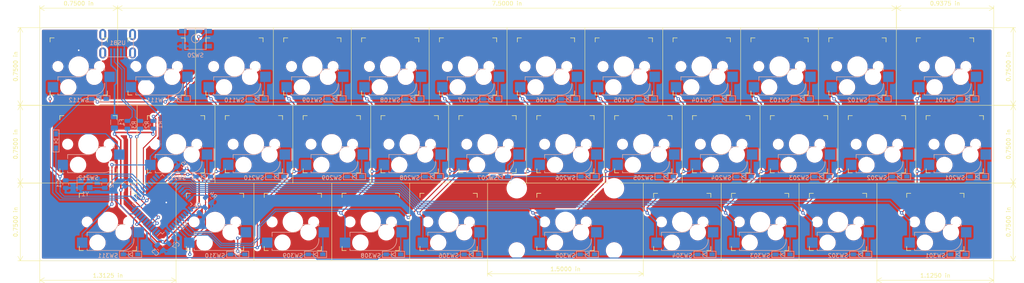
<source format=kicad_pcb>
(kicad_pcb (version 20171130) (host pcbnew 5.1.4+dfsg1-1)
  (layers (0 F.Cu signal) (31 B.Cu signal) (34 B.Paste user) (35 F.Paste user) (36 B.SilkS user) (37 F.SilkS user) (38 B.Mask user) (39 F.Mask user) (44 Edge.Cuts user))
  (net 0 "")
  (net 1 GND)
  (net 2 "Net-(C1-Pad1)")
  (net 3 "Net-(C2-Pad1)")
  (net 4 "Net-(C3-Pad1)")
  (net 5 +5V)
  (net 6 row00)
  (net 7 "Net-(D1-Pad2)")
  (net 8 "Net-(D2-Pad2)")
  (net 9 "Net-(D3-Pad2)")
  (net 10 "Net-(D4-Pad2)")
  (net 11 "Net-(D5-Pad2)")
  (net 12 "Net-(D6-Pad2)")
  (net 13 "Net-(D7-Pad2)")
  (net 14 "Net-(D8-Pad2)")
  (net 15 "Net-(D9-Pad2)")
  (net 16 "Net-(D10-Pad2)")
  (net 17 "Net-(D11-Pad2)")
  (net 18 "Net-(D12-Pad2)")
  (net 19 row01)
  (net 20 "Net-(D13-Pad2)")
  (net 21 "Net-(D14-Pad2)")
  (net 22 "Net-(D15-Pad2)")
  (net 23 "Net-(D16-Pad2)")
  (net 24 "Net-(D17-Pad2)")
  (net 25 "Net-(D18-Pad2)")
  (net 26 "Net-(D19-Pad2)")
  (net 27 "Net-(D20-Pad2)")
  (net 28 "Net-(D21-Pad2)")
  (net 29 "Net-(D22-Pad2)")
  (net 30 "Net-(D23-Pad2)")
  (net 31 "Net-(D24-Pad2)")
  (net 32 row02)
  (net 33 "Net-(D25-Pad2)")
  (net 34 "Net-(D26-Pad2)")
  (net 35 "Net-(D27-Pad2)")
  (net 36 "Net-(D28-Pad2)")
  (net 37 "Net-(D29-Pad2)")
  (net 38 "Net-(D30-Pad2)")
  (net 39 "Net-(D31-Pad2)")
  (net 40 "Net-(D32-Pad2)")
  (net 41 "Net-(D33-Pad2)")
  (net 42 "Net-(D34-Pad2)")
  (net 43 VCC)
  (net 44 "Net-(R1-Pad2)")
  (net 45 D+)
  (net 46 "Net-(R2-Pad1)")
  (net 47 D-)
  (net 48 "Net-(R3-Pad1)")
  (net 49 "Net-(R4-Pad2)")
  (net 50 col00)
  (net 51 col01)
  (net 52 col02)
  (net 53 col03)
  (net 54 col04)
  (net 55 col05)
  (net 56 col06)
  (net 57 col07)
  (net 58 col08)
  (net 59 col09)
  (net 60 col10)
  (net 61 col11)
  (net 62 "Net-(U1-Pad42)")
  (net 63 "Net-(U1-Pad32)")
  (net 64 "Net-(U1-Pad31)")
  (net 65 "Net-(U1-Pad22)")
  (net 66 "Net-(U1-Pad21)")
  (net 67 "Net-(U1-Pad20)")
  (net 68 "Net-(U1-Pad19)")
  (net 69 "Net-(U1-Pad8)")
  (net 70 "Net-(U1-Pad1)")
  (net 71 "Net-(USB1-Pad2)")
  (net 72 "Net-(USB1-Pad6)")
  (net 73 "Net-(U1-Pad37)")
  (net 74 "Net-(U1-Pad36)")
  (module random-keyboard-parts:Molex-0548190589 (layer B.Cu) (at 88.9 41.402 270)
    (fp_text reference USB1 (at 2.032 0) (layer B.SilkS) (effects (justify mirror)))
    (fp_text value Molex-0548190589)
    (pad 6 thru_hole oval (at 0 3.65 270) (size 2.7 1.7) (drill oval 1.9 0.7) (layers *.Cu *.Mask) (net 72 "Net-(USB1-Pad6)"))
    (pad 6 thru_hole oval (at 0 -3.65 270) (size 2.7 1.7) (drill oval 1.9 0.7) (layers *.Cu *.Mask) (net 72 "Net-(USB1-Pad6)"))
    (pad 6 thru_hole oval (at 4.5 -3.65 270) (size 2.7 1.7) (drill oval 1.9 0.7) (layers *.Cu *.Mask) (net 72 "Net-(USB1-Pad6)"))
    (pad 6 thru_hole oval (at 4.5 3.65 270) (size 2.7 1.7) (drill oval 1.9 0.7) (layers *.Cu *.Mask) (net 72 "Net-(USB1-Pad6)"))
    (pad 5 smd rect (at 4.5 1.6 270) (size 2.25 0.5) (layers B.Cu B.Paste B.Mask) (net 43 VCC))
    (pad 4 smd rect (at 4.5 0.8 270) (size 2.25 0.5) (layers B.Cu B.Paste B.Mask) (net 47 D-))
    (pad 3 smd rect (at 4.5 0 270) (size 2.25 0.5) (layers B.Cu B.Paste B.Mask) (net 45 D+))
    (pad 2 smd rect (at 4.5 -0.8 270) (size 2.25 0.5) (layers B.Cu B.Paste B.Mask) (net 71 "Net-(USB1-Pad2)"))
    (pad 1 smd rect (at 4.5 -1.6 270) (size 2.25 0.5) (layers B.Cu B.Paste B.Mask) (net 1 GND))
  )
  (module keyswitches:Stabilizer_MX_2u (layer F.Cu) (at 198.4375 87.3125 180)
    (fp_text reference REF** hide)
    (fp_text value Stabilizer_MX_2u hide)
    (pad "" np_thru_hole circle (at -11.9 -6.985 180) (size 3.048 3.048) (drill 3.048) (layers *.Cu *.Mask))
    (pad "" np_thru_hole circle (at 11.9 -6.985 180) (size 3.048 3.048) (drill 3.048) (layers *.Cu *.Mask))
    (pad "" np_thru_hole circle (at -11.9 8.255 180) (size 3.9878 3.9878) (drill 3.9878) (layers *.Cu *.Mask))
    (pad "" np_thru_hole circle (at 11.9 8.255 180) (size 3.9878 3.9878) (drill 3.9878) (layers *.Cu *.Mask))
  )
  (module Crystal:Crystal_SMD_3225-4Pin_3.2x2.5mm (layer B.Cu) (at 80.9625 78.0415)
    (fp_text reference Y1 (at 0 2.45) (layer B.SilkS) (effects (justify mirror)))
    (fp_text value 16MHz)
    (pad 4 smd rect (at -1.1 0.85) (size 1.4 1.2) (layers B.Cu B.Paste B.Mask) (net 1 GND))
    (pad 3 smd rect (at 1.1 0.85) (size 1.4 1.2) (layers B.Cu B.Paste B.Mask) (net 3 "Net-(C2-Pad1)"))
    (pad 2 smd rect (at 1.1 -0.85) (size 1.4 1.2) (layers B.Cu B.Paste B.Mask) (net 1 GND))
    (pad 1 smd rect (at -1.1 -0.85) (size 1.4 1.2) (layers B.Cu B.Paste B.Mask) (net 2 "Net-(C1-Pad1)"))
  )
  (module Package_QFP:TQFP-44_10x10mm_P0.8mm (layer B.Cu) (at 99.842403 82.964429 45)
    (fp_text reference U1 (at 0 7.45 45) (layer B.SilkS) (effects (justify mirror)))
    (fp_text value ATmega32U4-AU)
    (pad 44 smd rect (at -4 5.7 315) (size 1.5 0.55) (layers B.Cu B.Paste B.Mask) (net 5 +5V))
    (pad 43 smd rect (at -3.2 5.7 315) (size 1.5 0.55) (layers B.Cu B.Paste B.Mask) (net 1 GND))
    (pad 42 smd rect (at -2.4 5.7 315) (size 1.5 0.55) (layers B.Cu B.Paste B.Mask) (net 62 "Net-(U1-Pad42)"))
    (pad 41 smd rect (at -1.6 5.7 315) (size 1.5 0.55) (layers B.Cu B.Paste B.Mask) (net 59 col09))
    (pad 40 smd rect (at -0.8 5.7 315) (size 1.5 0.55) (layers B.Cu B.Paste B.Mask) (net 58 col08))
    (pad 39 smd rect (at 0 5.7 315) (size 1.5 0.55) (layers B.Cu B.Paste B.Mask) (net 57 col07))
    (pad 38 smd rect (at 0.8 5.7 315) (size 1.5 0.55) (layers B.Cu B.Paste B.Mask) (net 56 col06))
    (pad 37 smd rect (at 1.6 5.7 315) (size 1.5 0.55) (layers B.Cu B.Paste B.Mask) (net 73 "Net-(U1-Pad37)"))
    (pad 36 smd rect (at 2.4 5.7 315) (size 1.5 0.55) (layers B.Cu B.Paste B.Mask) (net 74 "Net-(U1-Pad36)"))
    (pad 35 smd rect (at 3.2 5.7 315) (size 1.5 0.55) (layers B.Cu B.Paste B.Mask) (net 1 GND))
    (pad 34 smd rect (at 4 5.7 315) (size 1.5 0.55) (layers B.Cu B.Paste B.Mask) (net 5 +5V))
    (pad 33 smd rect (at 5.7 4 45) (size 1.5 0.55) (layers B.Cu B.Paste B.Mask) (net 49 "Net-(R4-Pad2)"))
    (pad 32 smd rect (at 5.7 3.2 45) (size 1.5 0.55) (layers B.Cu B.Paste B.Mask) (net 63 "Net-(U1-Pad32)"))
    (pad 31 smd rect (at 5.7 2.4 45) (size 1.5 0.55) (layers B.Cu B.Paste B.Mask) (net 64 "Net-(U1-Pad31)"))
    (pad 30 smd rect (at 5.7 1.6 45) (size 1.5 0.55) (layers B.Cu B.Paste B.Mask) (net 55 col05))
    (pad 29 smd rect (at 5.7 0.8 45) (size 1.5 0.55) (layers B.Cu B.Paste B.Mask) (net 54 col04))
    (pad 28 smd rect (at 5.7 0 45) (size 1.5 0.55) (layers B.Cu B.Paste B.Mask) (net 53 col03))
    (pad 27 smd rect (at 5.7 -0.8 45) (size 1.5 0.55) (layers B.Cu B.Paste B.Mask) (net 52 col02))
    (pad 26 smd rect (at 5.7 -1.6 45) (size 1.5 0.55) (layers B.Cu B.Paste B.Mask) (net 51 col01))
    (pad 25 smd rect (at 5.7 -2.4 45) (size 1.5 0.55) (layers B.Cu B.Paste B.Mask) (net 50 col00))
    (pad 24 smd rect (at 5.7 -3.2 45) (size 1.5 0.55) (layers B.Cu B.Paste B.Mask) (net 5 +5V))
    (pad 23 smd rect (at 5.7 -4 45) (size 1.5 0.55) (layers B.Cu B.Paste B.Mask) (net 1 GND))
    (pad 22 smd rect (at 4 -5.7 315) (size 1.5 0.55) (layers B.Cu B.Paste B.Mask) (net 65 "Net-(U1-Pad22)"))
    (pad 21 smd rect (at 3.2 -5.7 315) (size 1.5 0.55) (layers B.Cu B.Paste B.Mask) (net 66 "Net-(U1-Pad21)"))
    (pad 20 smd rect (at 2.4 -5.7 315) (size 1.5 0.55) (layers B.Cu B.Paste B.Mask) (net 67 "Net-(U1-Pad20)"))
    (pad 19 smd rect (at 1.6 -5.7 315) (size 1.5 0.55) (layers B.Cu B.Paste B.Mask) (net 68 "Net-(U1-Pad19)"))
    (pad 18 smd rect (at 0.8 -5.7 315) (size 1.5 0.55) (layers B.Cu B.Paste B.Mask) (net 60 col10))
    (pad 17 smd rect (at 0 -5.7 315) (size 1.5 0.55) (layers B.Cu B.Paste B.Mask) (net 2 "Net-(C1-Pad1)"))
    (pad 16 smd rect (at -0.8 -5.7 315) (size 1.5 0.55) (layers B.Cu B.Paste B.Mask) (net 3 "Net-(C2-Pad1)"))
    (pad 15 smd rect (at -1.6 -5.7 315) (size 1.5 0.55) (layers B.Cu B.Paste B.Mask) (net 1 GND))
    (pad 14 smd rect (at -2.4 -5.7 315) (size 1.5 0.55) (layers B.Cu B.Paste B.Mask) (net 5 +5V))
    (pad 13 smd rect (at -3.2 -5.7 315) (size 1.5 0.55) (layers B.Cu B.Paste B.Mask) (net 44 "Net-(R1-Pad2)"))
    (pad 12 smd rect (at -4 -5.7 315) (size 1.5 0.55) (layers B.Cu B.Paste B.Mask) (net 61 col11))
    (pad 11 smd rect (at -5.7 -4 45) (size 1.5 0.55) (layers B.Cu B.Paste B.Mask) (net 19 row01))
    (pad 10 smd rect (at -5.7 -3.2 45) (size 1.5 0.55) (layers B.Cu B.Paste B.Mask) (net 6 row00))
    (pad 9 smd rect (at -5.7 -2.4 45) (size 1.5 0.55) (layers B.Cu B.Paste B.Mask) (net 32 row02))
    (pad 8 smd rect (at -5.7 -1.6 45) (size 1.5 0.55) (layers B.Cu B.Paste B.Mask) (net 69 "Net-(U1-Pad8)"))
    (pad 7 smd rect (at -5.7 -0.8 45) (size 1.5 0.55) (layers B.Cu B.Paste B.Mask) (net 5 +5V))
    (pad 6 smd rect (at -5.7 0 45) (size 1.5 0.55) (layers B.Cu B.Paste B.Mask) (net 4 "Net-(C3-Pad1)"))
    (pad 5 smd rect (at -5.7 0.8 45) (size 1.5 0.55) (layers B.Cu B.Paste B.Mask) (net 1 GND))
    (pad 4 smd rect (at -5.7 1.6 45) (size 1.5 0.55) (layers B.Cu B.Paste B.Mask) (net 46 "Net-(R2-Pad1)"))
    (pad 3 smd rect (at -5.7 2.4 45) (size 1.5 0.55) (layers B.Cu B.Paste B.Mask) (net 48 "Net-(R3-Pad1)"))
    (pad 2 smd rect (at -5.7 3.2 45) (size 1.5 0.55) (layers B.Cu B.Paste B.Mask) (net 5 +5V))
    (pad 1 smd rect (at -5.7 4 45) (size 1.5 0.55) (layers B.Cu B.Paste B.Mask) (net 70 "Net-(U1-Pad1)"))
  )
  (module keyswitches:Kailh_socket_MX (layer F.Cu) (at 86.51875 87.3125 180)
    (fp_text reference SW311 (at 0 -8.255) (layer B.SilkS) (effects (justify mirror)))
    (fp_text value SW_PUSH)
    (pad 2 smd rect (at -7.56 -2.54 180) (size 2.55 2.5) (layers B.Cu B.Paste B.Mask) (net 42 "Net-(D34-Pad2)"))
    (pad "" np_thru_hole circle (at -5.08 0 180) (size 1.7018 1.7018) (drill 1.7018) (layers *.Cu *.Mask))
    (pad "" np_thru_hole circle (at 5.08 0 180) (size 1.7018 1.7018) (drill 1.7018) (layers *.Cu *.Mask))
    (pad "" np_thru_hole circle (at 0 0 180) (size 3.9878 3.9878) (drill 3.9878) (layers *.Cu *.Mask))
    (pad "" np_thru_hole circle (at -3.81 -2.54 180) (size 3 3) (drill 3) (layers *.Cu *.Mask))
    (pad "" np_thru_hole circle (at 2.54 -5.08 180) (size 3 3) (drill 3) (layers *.Cu *.Mask))
    (pad 1 smd rect (at 6.29 -5.08 180) (size 2.55 2.5) (layers B.Cu B.Paste B.Mask) (net 60 col10))
  )
  (module keyswitches:Kailh_socket_MX (layer F.Cu) (at 112.7125 87.3125 180)
    (fp_text reference SW310 (at 0 -8.255) (layer B.SilkS) (effects (justify mirror)))
    (fp_text value SW_PUSH)
    (pad 2 smd rect (at -7.56 -2.54 180) (size 2.55 2.5) (layers B.Cu B.Paste B.Mask) (net 41 "Net-(D33-Pad2)"))
    (pad "" np_thru_hole circle (at -5.08 0 180) (size 1.7018 1.7018) (drill 1.7018) (layers *.Cu *.Mask))
    (pad "" np_thru_hole circle (at 5.08 0 180) (size 1.7018 1.7018) (drill 1.7018) (layers *.Cu *.Mask))
    (pad "" np_thru_hole circle (at 0 0 180) (size 3.9878 3.9878) (drill 3.9878) (layers *.Cu *.Mask))
    (pad "" np_thru_hole circle (at -3.81 -2.54 180) (size 3 3) (drill 3) (layers *.Cu *.Mask))
    (pad "" np_thru_hole circle (at 2.54 -5.08 180) (size 3 3) (drill 3) (layers *.Cu *.Mask))
    (pad 1 smd rect (at 6.29 -5.08 180) (size 2.55 2.5) (layers B.Cu B.Paste B.Mask) (net 59 col09))
  )
  (module keyswitches:Kailh_socket_MX (layer F.Cu) (at 131.7625 87.3125 180)
    (fp_text reference SW309 (at 0 -8.255) (layer B.SilkS) (effects (justify mirror)))
    (fp_text value SW_PUSH)
    (pad 2 smd rect (at -7.56 -2.54 180) (size 2.55 2.5) (layers B.Cu B.Paste B.Mask) (net 40 "Net-(D32-Pad2)"))
    (pad "" np_thru_hole circle (at -5.08 0 180) (size 1.7018 1.7018) (drill 1.7018) (layers *.Cu *.Mask))
    (pad "" np_thru_hole circle (at 5.08 0 180) (size 1.7018 1.7018) (drill 1.7018) (layers *.Cu *.Mask))
    (pad "" np_thru_hole circle (at 0 0 180) (size 3.9878 3.9878) (drill 3.9878) (layers *.Cu *.Mask))
    (pad "" np_thru_hole circle (at -3.81 -2.54 180) (size 3 3) (drill 3) (layers *.Cu *.Mask))
    (pad "" np_thru_hole circle (at 2.54 -5.08 180) (size 3 3) (drill 3) (layers *.Cu *.Mask))
    (pad 1 smd rect (at 6.29 -5.08 180) (size 2.55 2.5) (layers B.Cu B.Paste B.Mask) (net 58 col08))
  )
  (module keyswitches:Kailh_socket_MX (layer F.Cu) (at 150.8125 87.3125 180)
    (fp_text reference SW308 (at 0 -8.255) (layer B.SilkS) (effects (justify mirror)))
    (fp_text value SW_PUSH)
    (pad 2 smd rect (at -7.56 -2.54 180) (size 2.55 2.5) (layers B.Cu B.Paste B.Mask) (net 39 "Net-(D31-Pad2)"))
    (pad "" np_thru_hole circle (at -5.08 0 180) (size 1.7018 1.7018) (drill 1.7018) (layers *.Cu *.Mask))
    (pad "" np_thru_hole circle (at 5.08 0 180) (size 1.7018 1.7018) (drill 1.7018) (layers *.Cu *.Mask))
    (pad "" np_thru_hole circle (at 0 0 180) (size 3.9878 3.9878) (drill 3.9878) (layers *.Cu *.Mask))
    (pad "" np_thru_hole circle (at -3.81 -2.54 180) (size 3 3) (drill 3) (layers *.Cu *.Mask))
    (pad "" np_thru_hole circle (at 2.54 -5.08 180) (size 3 3) (drill 3) (layers *.Cu *.Mask))
    (pad 1 smd rect (at 6.29 -5.08 180) (size 2.55 2.5) (layers B.Cu B.Paste B.Mask) (net 57 col07))
  )
  (module keyswitches:Kailh_socket_MX (layer F.Cu) (at 169.8625 87.3125 180)
    (fp_text reference SW306 (at 0 -8.255) (layer B.SilkS) (effects (justify mirror)))
    (fp_text value SW_PUSH)
    (pad 2 smd rect (at -7.56 -2.54 180) (size 2.55 2.5) (layers B.Cu B.Paste B.Mask) (net 38 "Net-(D30-Pad2)"))
    (pad "" np_thru_hole circle (at -5.08 0 180) (size 1.7018 1.7018) (drill 1.7018) (layers *.Cu *.Mask))
    (pad "" np_thru_hole circle (at 5.08 0 180) (size 1.7018 1.7018) (drill 1.7018) (layers *.Cu *.Mask))
    (pad "" np_thru_hole circle (at 0 0 180) (size 3.9878 3.9878) (drill 3.9878) (layers *.Cu *.Mask))
    (pad "" np_thru_hole circle (at -3.81 -2.54 180) (size 3 3) (drill 3) (layers *.Cu *.Mask))
    (pad "" np_thru_hole circle (at 2.54 -5.08 180) (size 3 3) (drill 3) (layers *.Cu *.Mask))
    (pad 1 smd rect (at 6.29 -5.08 180) (size 2.55 2.5) (layers B.Cu B.Paste B.Mask) (net 55 col05))
  )
  (module keyswitches:Kailh_socket_MX (layer F.Cu) (at 198.4375 87.3125 180)
    (fp_text reference SW305 (at 0 -8.255) (layer B.SilkS) (effects (justify mirror)))
    (fp_text value SW_PUSH)
    (pad 2 smd rect (at -7.56 -2.54 180) (size 2.55 2.5) (layers B.Cu B.Paste B.Mask) (net 37 "Net-(D29-Pad2)"))
    (pad "" np_thru_hole circle (at -5.08 0 180) (size 1.7018 1.7018) (drill 1.7018) (layers *.Cu *.Mask))
    (pad "" np_thru_hole circle (at 5.08 0 180) (size 1.7018 1.7018) (drill 1.7018) (layers *.Cu *.Mask))
    (pad "" np_thru_hole circle (at 0 0 180) (size 3.9878 3.9878) (drill 3.9878) (layers *.Cu *.Mask))
    (pad "" np_thru_hole circle (at -3.81 -2.54 180) (size 3 3) (drill 3) (layers *.Cu *.Mask))
    (pad "" np_thru_hole circle (at 2.54 -5.08 180) (size 3 3) (drill 3) (layers *.Cu *.Mask))
    (pad 1 smd rect (at 6.29 -5.08 180) (size 2.55 2.5) (layers B.Cu B.Paste B.Mask) (net 54 col04))
  )
  (module keyswitches:Kailh_socket_MX (layer F.Cu) (at 227.0125 87.3125 180)
    (fp_text reference SW304 (at 0 -8.255) (layer B.SilkS) (effects (justify mirror)))
    (fp_text value SW_PUSH)
    (pad 2 smd rect (at -7.56 -2.54 180) (size 2.55 2.5) (layers B.Cu B.Paste B.Mask) (net 36 "Net-(D28-Pad2)"))
    (pad "" np_thru_hole circle (at -5.08 0 180) (size 1.7018 1.7018) (drill 1.7018) (layers *.Cu *.Mask))
    (pad "" np_thru_hole circle (at 5.08 0 180) (size 1.7018 1.7018) (drill 1.7018) (layers *.Cu *.Mask))
    (pad "" np_thru_hole circle (at 0 0 180) (size 3.9878 3.9878) (drill 3.9878) (layers *.Cu *.Mask))
    (pad "" np_thru_hole circle (at -3.81 -2.54 180) (size 3 3) (drill 3) (layers *.Cu *.Mask))
    (pad "" np_thru_hole circle (at 2.54 -5.08 180) (size 3 3) (drill 3) (layers *.Cu *.Mask))
    (pad 1 smd rect (at 6.29 -5.08 180) (size 2.55 2.5) (layers B.Cu B.Paste B.Mask) (net 53 col03))
  )
  (module keyswitches:Kailh_socket_MX (layer F.Cu) (at 246.0625 87.3125 180)
    (fp_text reference SW303 (at 0 -8.255) (layer B.SilkS) (effects (justify mirror)))
    (fp_text value SW_PUSH)
    (pad 2 smd rect (at -7.56 -2.54 180) (size 2.55 2.5) (layers B.Cu B.Paste B.Mask) (net 35 "Net-(D27-Pad2)"))
    (pad "" np_thru_hole circle (at -5.08 0 180) (size 1.7018 1.7018) (drill 1.7018) (layers *.Cu *.Mask))
    (pad "" np_thru_hole circle (at 5.08 0 180) (size 1.7018 1.7018) (drill 1.7018) (layers *.Cu *.Mask))
    (pad "" np_thru_hole circle (at 0 0 180) (size 3.9878 3.9878) (drill 3.9878) (layers *.Cu *.Mask))
    (pad "" np_thru_hole circle (at -3.81 -2.54 180) (size 3 3) (drill 3) (layers *.Cu *.Mask))
    (pad "" np_thru_hole circle (at 2.54 -5.08 180) (size 3 3) (drill 3) (layers *.Cu *.Mask))
    (pad 1 smd rect (at 6.29 -5.08 180) (size 2.55 2.5) (layers B.Cu B.Paste B.Mask) (net 52 col02))
  )
  (module keyswitches:Kailh_socket_MX (layer F.Cu) (at 265.1125 87.3125 180)
    (fp_text reference SW302 (at 0 -8.255) (layer B.SilkS) (effects (justify mirror)))
    (fp_text value SW_PUSH)
    (pad 2 smd rect (at -7.56 -2.54 180) (size 2.55 2.5) (layers B.Cu B.Paste B.Mask) (net 34 "Net-(D26-Pad2)"))
    (pad "" np_thru_hole circle (at -5.08 0 180) (size 1.7018 1.7018) (drill 1.7018) (layers *.Cu *.Mask))
    (pad "" np_thru_hole circle (at 5.08 0 180) (size 1.7018 1.7018) (drill 1.7018) (layers *.Cu *.Mask))
    (pad "" np_thru_hole circle (at 0 0 180) (size 3.9878 3.9878) (drill 3.9878) (layers *.Cu *.Mask))
    (pad "" np_thru_hole circle (at -3.81 -2.54 180) (size 3 3) (drill 3) (layers *.Cu *.Mask))
    (pad "" np_thru_hole circle (at 2.54 -5.08 180) (size 3 3) (drill 3) (layers *.Cu *.Mask))
    (pad 1 smd rect (at 6.29 -5.08 180) (size 2.55 2.5) (layers B.Cu B.Paste B.Mask) (net 51 col01))
  )
  (module keyswitches:Kailh_socket_MX (layer F.Cu) (at 288.925 87.3125 180)
    (fp_text reference SW301 (at 0 -8.255) (layer B.SilkS) (effects (justify mirror)))
    (fp_text value SW_PUSH)
    (pad 2 smd rect (at -7.56 -2.54 180) (size 2.55 2.5) (layers B.Cu B.Paste B.Mask) (net 33 "Net-(D25-Pad2)"))
    (pad "" np_thru_hole circle (at -5.08 0 180) (size 1.7018 1.7018) (drill 1.7018) (layers *.Cu *.Mask))
    (pad "" np_thru_hole circle (at 5.08 0 180) (size 1.7018 1.7018) (drill 1.7018) (layers *.Cu *.Mask))
    (pad "" np_thru_hole circle (at 0 0 180) (size 3.9878 3.9878) (drill 3.9878) (layers *.Cu *.Mask))
    (pad "" np_thru_hole circle (at -3.81 -2.54 180) (size 3 3) (drill 3) (layers *.Cu *.Mask))
    (pad "" np_thru_hole circle (at 2.54 -5.08 180) (size 3 3) (drill 3) (layers *.Cu *.Mask))
    (pad 1 smd rect (at 6.29 -5.08 180) (size 2.55 2.5) (layers B.Cu B.Paste B.Mask) (net 50 col00))
  )
  (module keyswitches:Kailh_socket_MX (layer F.Cu) (at 81.75625 68.2625 180)
    (fp_text reference SW212 (at 0 -8.255) (layer B.SilkS) (effects (justify mirror)))
    (fp_text value SW_PUSH)
    (pad 2 smd rect (at -7.56 -2.54 180) (size 2.55 2.5) (layers B.Cu B.Paste B.Mask) (net 31 "Net-(D24-Pad2)"))
    (pad "" np_thru_hole circle (at -5.08 0 180) (size 1.7018 1.7018) (drill 1.7018) (layers *.Cu *.Mask))
    (pad "" np_thru_hole circle (at 5.08 0 180) (size 1.7018 1.7018) (drill 1.7018) (layers *.Cu *.Mask))
    (pad "" np_thru_hole circle (at 0 0 180) (size 3.9878 3.9878) (drill 3.9878) (layers *.Cu *.Mask))
    (pad "" np_thru_hole circle (at -3.81 -2.54 180) (size 3 3) (drill 3) (layers *.Cu *.Mask))
    (pad "" np_thru_hole circle (at 2.54 -5.08 180) (size 3 3) (drill 3) (layers *.Cu *.Mask))
    (pad 1 smd rect (at 6.29 -5.08 180) (size 2.55 2.5) (layers B.Cu B.Paste B.Mask) (net 61 col11))
  )
  (module keyswitches:Kailh_socket_MX (layer F.Cu) (at 103.1875 68.2625 180)
    (fp_text reference SW211 (at 0 -8.255) (layer B.SilkS) (effects (justify mirror)))
    (fp_text value SW_PUSH)
    (pad 2 smd rect (at -7.56 -2.54 180) (size 2.55 2.5) (layers B.Cu B.Paste B.Mask) (net 30 "Net-(D23-Pad2)"))
    (pad "" np_thru_hole circle (at -5.08 0 180) (size 1.7018 1.7018) (drill 1.7018) (layers *.Cu *.Mask))
    (pad "" np_thru_hole circle (at 5.08 0 180) (size 1.7018 1.7018) (drill 1.7018) (layers *.Cu *.Mask))
    (pad "" np_thru_hole circle (at 0 0 180) (size 3.9878 3.9878) (drill 3.9878) (layers *.Cu *.Mask))
    (pad "" np_thru_hole circle (at -3.81 -2.54 180) (size 3 3) (drill 3) (layers *.Cu *.Mask))
    (pad "" np_thru_hole circle (at 2.54 -5.08 180) (size 3 3) (drill 3) (layers *.Cu *.Mask))
    (pad 1 smd rect (at 6.29 -5.08 180) (size 2.55 2.5) (layers B.Cu B.Paste B.Mask) (net 60 col10))
  )
  (module keyswitches:Kailh_socket_MX (layer F.Cu) (at 122.2375 68.2625 180)
    (fp_text reference SW210 (at 0 -8.255) (layer B.SilkS) (effects (justify mirror)))
    (fp_text value SW_PUSH)
    (pad 2 smd rect (at -7.56 -2.54 180) (size 2.55 2.5) (layers B.Cu B.Paste B.Mask) (net 29 "Net-(D22-Pad2)"))
    (pad "" np_thru_hole circle (at -5.08 0 180) (size 1.7018 1.7018) (drill 1.7018) (layers *.Cu *.Mask))
    (pad "" np_thru_hole circle (at 5.08 0 180) (size 1.7018 1.7018) (drill 1.7018) (layers *.Cu *.Mask))
    (pad "" np_thru_hole circle (at 0 0 180) (size 3.9878 3.9878) (drill 3.9878) (layers *.Cu *.Mask))
    (pad "" np_thru_hole circle (at -3.81 -2.54 180) (size 3 3) (drill 3) (layers *.Cu *.Mask))
    (pad "" np_thru_hole circle (at 2.54 -5.08 180) (size 3 3) (drill 3) (layers *.Cu *.Mask))
    (pad 1 smd rect (at 6.29 -5.08 180) (size 2.55 2.5) (layers B.Cu B.Paste B.Mask) (net 59 col09))
  )
  (module keyswitches:Kailh_socket_MX (layer F.Cu) (at 141.2875 68.2625 180)
    (fp_text reference SW209 (at 0 -8.255) (layer B.SilkS) (effects (justify mirror)))
    (fp_text value SW_PUSH)
    (pad 2 smd rect (at -7.56 -2.54 180) (size 2.55 2.5) (layers B.Cu B.Paste B.Mask) (net 28 "Net-(D21-Pad2)"))
    (pad "" np_thru_hole circle (at -5.08 0 180) (size 1.7018 1.7018) (drill 1.7018) (layers *.Cu *.Mask))
    (pad "" np_thru_hole circle (at 5.08 0 180) (size 1.7018 1.7018) (drill 1.7018) (layers *.Cu *.Mask))
    (pad "" np_thru_hole circle (at 0 0 180) (size 3.9878 3.9878) (drill 3.9878) (layers *.Cu *.Mask))
    (pad "" np_thru_hole circle (at -3.81 -2.54 180) (size 3 3) (drill 3) (layers *.Cu *.Mask))
    (pad "" np_thru_hole circle (at 2.54 -5.08 180) (size 3 3) (drill 3) (layers *.Cu *.Mask))
    (pad 1 smd rect (at 6.29 -5.08 180) (size 2.55 2.5) (layers B.Cu B.Paste B.Mask) (net 58 col08))
  )
  (module keyswitches:Kailh_socket_MX (layer F.Cu) (at 160.3375 68.2625 180)
    (fp_text reference SW208 (at 0 -8.255) (layer B.SilkS) (effects (justify mirror)))
    (fp_text value SW_PUSH)
    (pad 2 smd rect (at -7.56 -2.54 180) (size 2.55 2.5) (layers B.Cu B.Paste B.Mask) (net 27 "Net-(D20-Pad2)"))
    (pad "" np_thru_hole circle (at -5.08 0 180) (size 1.7018 1.7018) (drill 1.7018) (layers *.Cu *.Mask))
    (pad "" np_thru_hole circle (at 5.08 0 180) (size 1.7018 1.7018) (drill 1.7018) (layers *.Cu *.Mask))
    (pad "" np_thru_hole circle (at 0 0 180) (size 3.9878 3.9878) (drill 3.9878) (layers *.Cu *.Mask))
    (pad "" np_thru_hole circle (at -3.81 -2.54 180) (size 3 3) (drill 3) (layers *.Cu *.Mask))
    (pad "" np_thru_hole circle (at 2.54 -5.08 180) (size 3 3) (drill 3) (layers *.Cu *.Mask))
    (pad 1 smd rect (at 6.29 -5.08 180) (size 2.55 2.5) (layers B.Cu B.Paste B.Mask) (net 57 col07))
  )
  (module keyswitches:Kailh_socket_MX (layer F.Cu) (at 179.3875 68.2625 180)
    (fp_text reference SW207 (at 0 -8.255) (layer B.SilkS) (effects (justify mirror)))
    (fp_text value SW_PUSH)
    (pad 2 smd rect (at -7.56 -2.54 180) (size 2.55 2.5) (layers B.Cu B.Paste B.Mask) (net 26 "Net-(D19-Pad2)"))
    (pad "" np_thru_hole circle (at -5.08 0 180) (size 1.7018 1.7018) (drill 1.7018) (layers *.Cu *.Mask))
    (pad "" np_thru_hole circle (at 5.08 0 180) (size 1.7018 1.7018) (drill 1.7018) (layers *.Cu *.Mask))
    (pad "" np_thru_hole circle (at 0 0 180) (size 3.9878 3.9878) (drill 3.9878) (layers *.Cu *.Mask))
    (pad "" np_thru_hole circle (at -3.81 -2.54 180) (size 3 3) (drill 3) (layers *.Cu *.Mask))
    (pad "" np_thru_hole circle (at 2.54 -5.08 180) (size 3 3) (drill 3) (layers *.Cu *.Mask))
    (pad 1 smd rect (at 6.29 -5.08 180) (size 2.55 2.5) (layers B.Cu B.Paste B.Mask) (net 56 col06))
  )
  (module keyswitches:Kailh_socket_MX (layer F.Cu) (at 198.4375 68.2625 180)
    (fp_text reference SW206 (at 0 -8.255) (layer B.SilkS) (effects (justify mirror)))
    (fp_text value SW_PUSH)
    (pad 2 smd rect (at -7.56 -2.54 180) (size 2.55 2.5) (layers B.Cu B.Paste B.Mask) (net 25 "Net-(D18-Pad2)"))
    (pad "" np_thru_hole circle (at -5.08 0 180) (size 1.7018 1.7018) (drill 1.7018) (layers *.Cu *.Mask))
    (pad "" np_thru_hole circle (at 5.08 0 180) (size 1.7018 1.7018) (drill 1.7018) (layers *.Cu *.Mask))
    (pad "" np_thru_hole circle (at 0 0 180) (size 3.9878 3.9878) (drill 3.9878) (layers *.Cu *.Mask))
    (pad "" np_thru_hole circle (at -3.81 -2.54 180) (size 3 3) (drill 3) (layers *.Cu *.Mask))
    (pad "" np_thru_hole circle (at 2.54 -5.08 180) (size 3 3) (drill 3) (layers *.Cu *.Mask))
    (pad 1 smd rect (at 6.29 -5.08 180) (size 2.55 2.5) (layers B.Cu B.Paste B.Mask) (net 55 col05))
  )
  (module keyswitches:Kailh_socket_MX (layer F.Cu) (at 217.4875 68.2625 180)
    (fp_text reference SW205 (at 0 -8.255) (layer B.SilkS) (effects (justify mirror)))
    (fp_text value SW_PUSH)
    (pad 2 smd rect (at -7.56 -2.54 180) (size 2.55 2.5) (layers B.Cu B.Paste B.Mask) (net 24 "Net-(D17-Pad2)"))
    (pad "" np_thru_hole circle (at -5.08 0 180) (size 1.7018 1.7018) (drill 1.7018) (layers *.Cu *.Mask))
    (pad "" np_thru_hole circle (at 5.08 0 180) (size 1.7018 1.7018) (drill 1.7018) (layers *.Cu *.Mask))
    (pad "" np_thru_hole circle (at 0 0 180) (size 3.9878 3.9878) (drill 3.9878) (layers *.Cu *.Mask))
    (pad "" np_thru_hole circle (at -3.81 -2.54 180) (size 3 3) (drill 3) (layers *.Cu *.Mask))
    (pad "" np_thru_hole circle (at 2.54 -5.08 180) (size 3 3) (drill 3) (layers *.Cu *.Mask))
    (pad 1 smd rect (at 6.29 -5.08 180) (size 2.55 2.5) (layers B.Cu B.Paste B.Mask) (net 54 col04))
  )
  (module keyswitches:Kailh_socket_MX (layer F.Cu) (at 236.5375 68.2625 180)
    (fp_text reference SW204 (at 0 -8.255) (layer B.SilkS) (effects (justify mirror)))
    (fp_text value SW_PUSH)
    (pad 2 smd rect (at -7.56 -2.54 180) (size 2.55 2.5) (layers B.Cu B.Paste B.Mask) (net 23 "Net-(D16-Pad2)"))
    (pad "" np_thru_hole circle (at -5.08 0 180) (size 1.7018 1.7018) (drill 1.7018) (layers *.Cu *.Mask))
    (pad "" np_thru_hole circle (at 5.08 0 180) (size 1.7018 1.7018) (drill 1.7018) (layers *.Cu *.Mask))
    (pad "" np_thru_hole circle (at 0 0 180) (size 3.9878 3.9878) (drill 3.9878) (layers *.Cu *.Mask))
    (pad "" np_thru_hole circle (at -3.81 -2.54 180) (size 3 3) (drill 3) (layers *.Cu *.Mask))
    (pad "" np_thru_hole circle (at 2.54 -5.08 180) (size 3 3) (drill 3) (layers *.Cu *.Mask))
    (pad 1 smd rect (at 6.29 -5.08 180) (size 2.55 2.5) (layers B.Cu B.Paste B.Mask) (net 53 col03))
  )
  (module keyswitches:Kailh_socket_MX (layer F.Cu) (at 255.5875 68.2625 180)
    (fp_text reference SW203 (at 0 -8.255) (layer B.SilkS) (effects (justify mirror)))
    (fp_text value SW_PUSH)
    (pad 2 smd rect (at -7.56 -2.54 180) (size 2.55 2.5) (layers B.Cu B.Paste B.Mask) (net 22 "Net-(D15-Pad2)"))
    (pad "" np_thru_hole circle (at -5.08 0 180) (size 1.7018 1.7018) (drill 1.7018) (layers *.Cu *.Mask))
    (pad "" np_thru_hole circle (at 5.08 0 180) (size 1.7018 1.7018) (drill 1.7018) (layers *.Cu *.Mask))
    (pad "" np_thru_hole circle (at 0 0 180) (size 3.9878 3.9878) (drill 3.9878) (layers *.Cu *.Mask))
    (pad "" np_thru_hole circle (at -3.81 -2.54 180) (size 3 3) (drill 3) (layers *.Cu *.Mask))
    (pad "" np_thru_hole circle (at 2.54 -5.08 180) (size 3 3) (drill 3) (layers *.Cu *.Mask))
    (pad 1 smd rect (at 6.29 -5.08 180) (size 2.55 2.5) (layers B.Cu B.Paste B.Mask) (net 52 col02))
  )
  (module keyswitches:Kailh_socket_MX (layer F.Cu) (at 274.6375 68.2625 180)
    (fp_text reference SW202 (at 0 -8.255) (layer B.SilkS) (effects (justify mirror)))
    (fp_text value SW_PUSH)
    (pad 2 smd rect (at -7.56 -2.54 180) (size 2.55 2.5) (layers B.Cu B.Paste B.Mask) (net 21 "Net-(D14-Pad2)"))
    (pad "" np_thru_hole circle (at -5.08 0 180) (size 1.7018 1.7018) (drill 1.7018) (layers *.Cu *.Mask))
    (pad "" np_thru_hole circle (at 5.08 0 180) (size 1.7018 1.7018) (drill 1.7018) (layers *.Cu *.Mask))
    (pad "" np_thru_hole circle (at 0 0 180) (size 3.9878 3.9878) (drill 3.9878) (layers *.Cu *.Mask))
    (pad "" np_thru_hole circle (at -3.81 -2.54 180) (size 3 3) (drill 3) (layers *.Cu *.Mask))
    (pad "" np_thru_hole circle (at 2.54 -5.08 180) (size 3 3) (drill 3) (layers *.Cu *.Mask))
    (pad 1 smd rect (at 6.29 -5.08 180) (size 2.55 2.5) (layers B.Cu B.Paste B.Mask) (net 51 col01))
  )
  (module keyswitches:Kailh_socket_MX (layer F.Cu) (at 293.6875 68.2625 180)
    (fp_text reference SW201 (at 0 -8.255) (layer B.SilkS) (effects (justify mirror)))
    (fp_text value SW_PUSH)
    (pad 2 smd rect (at -7.56 -2.54 180) (size 2.55 2.5) (layers B.Cu B.Paste B.Mask) (net 20 "Net-(D13-Pad2)"))
    (pad "" np_thru_hole circle (at -5.08 0 180) (size 1.7018 1.7018) (drill 1.7018) (layers *.Cu *.Mask))
    (pad "" np_thru_hole circle (at 5.08 0 180) (size 1.7018 1.7018) (drill 1.7018) (layers *.Cu *.Mask))
    (pad "" np_thru_hole circle (at 0 0 180) (size 3.9878 3.9878) (drill 3.9878) (layers *.Cu *.Mask))
    (pad "" np_thru_hole circle (at -3.81 -2.54 180) (size 3 3) (drill 3) (layers *.Cu *.Mask))
    (pad "" np_thru_hole circle (at 2.54 -5.08 180) (size 3 3) (drill 3) (layers *.Cu *.Mask))
    (pad 1 smd rect (at 6.29 -5.08 180) (size 2.55 2.5) (layers B.Cu B.Paste B.Mask) (net 50 col00))
  )
  (module keyswitches:Kailh_socket_MX (layer F.Cu) (at 79.375 49.2125 180)
    (fp_text reference SW112 (at 0 -8.255) (layer B.SilkS) (effects (justify mirror)))
    (fp_text value SW_PUSH)
    (pad 2 smd rect (at -7.56 -2.54 180) (size 2.55 2.5) (layers B.Cu B.Paste B.Mask) (net 18 "Net-(D12-Pad2)"))
    (pad "" np_thru_hole circle (at -5.08 0 180) (size 1.7018 1.7018) (drill 1.7018) (layers *.Cu *.Mask))
    (pad "" np_thru_hole circle (at 5.08 0 180) (size 1.7018 1.7018) (drill 1.7018) (layers *.Cu *.Mask))
    (pad "" np_thru_hole circle (at 0 0 180) (size 3.9878 3.9878) (drill 3.9878) (layers *.Cu *.Mask))
    (pad "" np_thru_hole circle (at -3.81 -2.54 180) (size 3 3) (drill 3) (layers *.Cu *.Mask))
    (pad "" np_thru_hole circle (at 2.54 -5.08 180) (size 3 3) (drill 3) (layers *.Cu *.Mask))
    (pad 1 smd rect (at 6.29 -5.08 180) (size 2.55 2.5) (layers B.Cu B.Paste B.Mask) (net 61 col11))
  )
  (module keyswitches:Kailh_socket_MX (layer F.Cu) (at 98.425 49.2125 180)
    (fp_text reference SW111 (at 0 -8.255) (layer B.SilkS) (effects (justify mirror)))
    (fp_text value SW_PUSH)
    (pad 2 smd rect (at -7.56 -2.54 180) (size 2.55 2.5) (layers B.Cu B.Paste B.Mask) (net 17 "Net-(D11-Pad2)"))
    (pad "" np_thru_hole circle (at -5.08 0 180) (size 1.7018 1.7018) (drill 1.7018) (layers *.Cu *.Mask))
    (pad "" np_thru_hole circle (at 5.08 0 180) (size 1.7018 1.7018) (drill 1.7018) (layers *.Cu *.Mask))
    (pad "" np_thru_hole circle (at 0 0 180) (size 3.9878 3.9878) (drill 3.9878) (layers *.Cu *.Mask))
    (pad "" np_thru_hole circle (at -3.81 -2.54 180) (size 3 3) (drill 3) (layers *.Cu *.Mask))
    (pad "" np_thru_hole circle (at 2.54 -5.08 180) (size 3 3) (drill 3) (layers *.Cu *.Mask))
    (pad 1 smd rect (at 6.29 -5.08 180) (size 2.55 2.5) (layers B.Cu B.Paste B.Mask) (net 60 col10))
  )
  (module keyswitches:Kailh_socket_MX (layer F.Cu) (at 117.475 49.2125 180)
    (fp_text reference SW110 (at 0 -8.255) (layer B.SilkS) (effects (justify mirror)))
    (fp_text value SW_PUSH)
    (pad 2 smd rect (at -7.56 -2.54 180) (size 2.55 2.5) (layers B.Cu B.Paste B.Mask) (net 16 "Net-(D10-Pad2)"))
    (pad "" np_thru_hole circle (at -5.08 0 180) (size 1.7018 1.7018) (drill 1.7018) (layers *.Cu *.Mask))
    (pad "" np_thru_hole circle (at 5.08 0 180) (size 1.7018 1.7018) (drill 1.7018) (layers *.Cu *.Mask))
    (pad "" np_thru_hole circle (at 0 0 180) (size 3.9878 3.9878) (drill 3.9878) (layers *.Cu *.Mask))
    (pad "" np_thru_hole circle (at -3.81 -2.54 180) (size 3 3) (drill 3) (layers *.Cu *.Mask))
    (pad "" np_thru_hole circle (at 2.54 -5.08 180) (size 3 3) (drill 3) (layers *.Cu *.Mask))
    (pad 1 smd rect (at 6.29 -5.08 180) (size 2.55 2.5) (layers B.Cu B.Paste B.Mask) (net 59 col09))
  )
  (module keyswitches:Kailh_socket_MX (layer F.Cu) (at 136.525 49.2125 180)
    (fp_text reference SW109 (at 0 -8.255) (layer B.SilkS) (effects (justify mirror)))
    (fp_text value SW_PUSH)
    (pad 2 smd rect (at -7.56 -2.54 180) (size 2.55 2.5) (layers B.Cu B.Paste B.Mask) (net 15 "Net-(D9-Pad2)"))
    (pad "" np_thru_hole circle (at -5.08 0 180) (size 1.7018 1.7018) (drill 1.7018) (layers *.Cu *.Mask))
    (pad "" np_thru_hole circle (at 5.08 0 180) (size 1.7018 1.7018) (drill 1.7018) (layers *.Cu *.Mask))
    (pad "" np_thru_hole circle (at 0 0 180) (size 3.9878 3.9878) (drill 3.9878) (layers *.Cu *.Mask))
    (pad "" np_thru_hole circle (at -3.81 -2.54 180) (size 3 3) (drill 3) (layers *.Cu *.Mask))
    (pad "" np_thru_hole circle (at 2.54 -5.08 180) (size 3 3) (drill 3) (layers *.Cu *.Mask))
    (pad 1 smd rect (at 6.29 -5.08 180) (size 2.55 2.5) (layers B.Cu B.Paste B.Mask) (net 58 col08))
  )
  (module keyswitches:Kailh_socket_MX (layer F.Cu) (at 155.575 49.2125 180)
    (fp_text reference SW108 (at 0 -8.255) (layer B.SilkS) (effects (justify mirror)))
    (fp_text value SW_PUSH)
    (pad 2 smd rect (at -7.56 -2.54 180) (size 2.55 2.5) (layers B.Cu B.Paste B.Mask) (net 14 "Net-(D8-Pad2)"))
    (pad "" np_thru_hole circle (at -5.08 0 180) (size 1.7018 1.7018) (drill 1.7018) (layers *.Cu *.Mask))
    (pad "" np_thru_hole circle (at 5.08 0 180) (size 1.7018 1.7018) (drill 1.7018) (layers *.Cu *.Mask))
    (pad "" np_thru_hole circle (at 0 0 180) (size 3.9878 3.9878) (drill 3.9878) (layers *.Cu *.Mask))
    (pad "" np_thru_hole circle (at -3.81 -2.54 180) (size 3 3) (drill 3) (layers *.Cu *.Mask))
    (pad "" np_thru_hole circle (at 2.54 -5.08 180) (size 3 3) (drill 3) (layers *.Cu *.Mask))
    (pad 1 smd rect (at 6.29 -5.08 180) (size 2.55 2.5) (layers B.Cu B.Paste B.Mask) (net 57 col07))
  )
  (module keyswitches:Kailh_socket_MX (layer F.Cu) (at 174.625 49.2125 180)
    (fp_text reference SW107 (at 0 -8.255) (layer B.SilkS) (effects (justify mirror)))
    (fp_text value SW_PUSH)
    (pad 2 smd rect (at -7.56 -2.54 180) (size 2.55 2.5) (layers B.Cu B.Paste B.Mask) (net 13 "Net-(D7-Pad2)"))
    (pad "" np_thru_hole circle (at -5.08 0 180) (size 1.7018 1.7018) (drill 1.7018) (layers *.Cu *.Mask))
    (pad "" np_thru_hole circle (at 5.08 0 180) (size 1.7018 1.7018) (drill 1.7018) (layers *.Cu *.Mask))
    (pad "" np_thru_hole circle (at 0 0 180) (size 3.9878 3.9878) (drill 3.9878) (layers *.Cu *.Mask))
    (pad "" np_thru_hole circle (at -3.81 -2.54 180) (size 3 3) (drill 3) (layers *.Cu *.Mask))
    (pad "" np_thru_hole circle (at 2.54 -5.08 180) (size 3 3) (drill 3) (layers *.Cu *.Mask))
    (pad 1 smd rect (at 6.29 -5.08 180) (size 2.55 2.5) (layers B.Cu B.Paste B.Mask) (net 56 col06))
  )
  (module keyswitches:Kailh_socket_MX (layer F.Cu) (at 193.675 49.2125 180)
    (fp_text reference SW106 (at 0 -8.255) (layer B.SilkS) (effects (justify mirror)))
    (fp_text value SW_PUSH)
    (pad 2 smd rect (at -7.56 -2.54 180) (size 2.55 2.5) (layers B.Cu B.Paste B.Mask) (net 12 "Net-(D6-Pad2)"))
    (pad "" np_thru_hole circle (at -5.08 0 180) (size 1.7018 1.7018) (drill 1.7018) (layers *.Cu *.Mask))
    (pad "" np_thru_hole circle (at 5.08 0 180) (size 1.7018 1.7018) (drill 1.7018) (layers *.Cu *.Mask))
    (pad "" np_thru_hole circle (at 0 0 180) (size 3.9878 3.9878) (drill 3.9878) (layers *.Cu *.Mask))
    (pad "" np_thru_hole circle (at -3.81 -2.54 180) (size 3 3) (drill 3) (layers *.Cu *.Mask))
    (pad "" np_thru_hole circle (at 2.54 -5.08 180) (size 3 3) (drill 3) (layers *.Cu *.Mask))
    (pad 1 smd rect (at 6.29 -5.08 180) (size 2.55 2.5) (layers B.Cu B.Paste B.Mask) (net 55 col05))
  )
  (module keyswitches:Kailh_socket_MX (layer F.Cu) (at 212.725 49.2125 180)
    (fp_text reference SW105 (at 0 -8.255) (layer B.SilkS) (effects (justify mirror)))
    (fp_text value SW_PUSH)
    (pad 2 smd rect (at -7.56 -2.54 180) (size 2.55 2.5) (layers B.Cu B.Paste B.Mask) (net 11 "Net-(D5-Pad2)"))
    (pad "" np_thru_hole circle (at -5.08 0 180) (size 1.7018 1.7018) (drill 1.7018) (layers *.Cu *.Mask))
    (pad "" np_thru_hole circle (at 5.08 0 180) (size 1.7018 1.7018) (drill 1.7018) (layers *.Cu *.Mask))
    (pad "" np_thru_hole circle (at 0 0 180) (size 3.9878 3.9878) (drill 3.9878) (layers *.Cu *.Mask))
    (pad "" np_thru_hole circle (at -3.81 -2.54 180) (size 3 3) (drill 3) (layers *.Cu *.Mask))
    (pad "" np_thru_hole circle (at 2.54 -5.08 180) (size 3 3) (drill 3) (layers *.Cu *.Mask))
    (pad 1 smd rect (at 6.29 -5.08 180) (size 2.55 2.5) (layers B.Cu B.Paste B.Mask) (net 54 col04))
  )
  (module keyswitches:Kailh_socket_MX (layer F.Cu) (at 231.775 49.2125 180)
    (fp_text reference SW104 (at 0 -8.255) (layer B.SilkS) (effects (justify mirror)))
    (fp_text value SW_PUSH)
    (pad 2 smd rect (at -7.56 -2.54 180) (size 2.55 2.5) (layers B.Cu B.Paste B.Mask) (net 10 "Net-(D4-Pad2)"))
    (pad "" np_thru_hole circle (at -5.08 0 180) (size 1.7018 1.7018) (drill 1.7018) (layers *.Cu *.Mask))
    (pad "" np_thru_hole circle (at 5.08 0 180) (size 1.7018 1.7018) (drill 1.7018) (layers *.Cu *.Mask))
    (pad "" np_thru_hole circle (at 0 0 180) (size 3.9878 3.9878) (drill 3.9878) (layers *.Cu *.Mask))
    (pad "" np_thru_hole circle (at -3.81 -2.54 180) (size 3 3) (drill 3) (layers *.Cu *.Mask))
    (pad "" np_thru_hole circle (at 2.54 -5.08 180) (size 3 3) (drill 3) (layers *.Cu *.Mask))
    (pad 1 smd rect (at 6.29 -5.08 180) (size 2.55 2.5) (layers B.Cu B.Paste B.Mask) (net 53 col03))
  )
  (module keyswitches:Kailh_socket_MX (layer F.Cu) (at 250.825 49.2125 180)
    (fp_text reference SW103 (at 0 -8.255) (layer B.SilkS) (effects (justify mirror)))
    (fp_text value SW_PUSH)
    (pad 2 smd rect (at -7.56 -2.54 180) (size 2.55 2.5) (layers B.Cu B.Paste B.Mask) (net 9 "Net-(D3-Pad2)"))
    (pad "" np_thru_hole circle (at -5.08 0 180) (size 1.7018 1.7018) (drill 1.7018) (layers *.Cu *.Mask))
    (pad "" np_thru_hole circle (at 5.08 0 180) (size 1.7018 1.7018) (drill 1.7018) (layers *.Cu *.Mask))
    (pad "" np_thru_hole circle (at 0 0 180) (size 3.9878 3.9878) (drill 3.9878) (layers *.Cu *.Mask))
    (pad "" np_thru_hole circle (at -3.81 -2.54 180) (size 3 3) (drill 3) (layers *.Cu *.Mask))
    (pad "" np_thru_hole circle (at 2.54 -5.08 180) (size 3 3) (drill 3) (layers *.Cu *.Mask))
    (pad 1 smd rect (at 6.29 -5.08 180) (size 2.55 2.5) (layers B.Cu B.Paste B.Mask) (net 52 col02))
  )
  (module keyswitches:Kailh_socket_MX (layer F.Cu) (at 269.875 49.2125 180)
    (fp_text reference SW102 (at 0 -8.255) (layer B.SilkS) (effects (justify mirror)))
    (fp_text value SW_PUSH)
    (pad 2 smd rect (at -7.56 -2.54 180) (size 2.55 2.5) (layers B.Cu B.Paste B.Mask) (net 8 "Net-(D2-Pad2)"))
    (pad "" np_thru_hole circle (at -5.08 0 180) (size 1.7018 1.7018) (drill 1.7018) (layers *.Cu *.Mask))
    (pad "" np_thru_hole circle (at 5.08 0 180) (size 1.7018 1.7018) (drill 1.7018) (layers *.Cu *.Mask))
    (pad "" np_thru_hole circle (at 0 0 180) (size 3.9878 3.9878) (drill 3.9878) (layers *.Cu *.Mask))
    (pad "" np_thru_hole circle (at -3.81 -2.54 180) (size 3 3) (drill 3) (layers *.Cu *.Mask))
    (pad "" np_thru_hole circle (at 2.54 -5.08 180) (size 3 3) (drill 3) (layers *.Cu *.Mask))
    (pad 1 smd rect (at 6.29 -5.08 180) (size 2.55 2.5) (layers B.Cu B.Paste B.Mask) (net 51 col01))
  )
  (module keyswitches:Kailh_socket_MX (layer F.Cu) (at 291.30625 49.2125 180)
    (fp_text reference SW101 (at 0 -8.255) (layer B.SilkS) (effects (justify mirror)))
    (fp_text value SW_PUSH)
    (pad 2 smd rect (at -7.56 -2.54 180) (size 2.55 2.5) (layers B.Cu B.Paste B.Mask) (net 7 "Net-(D1-Pad2)"))
    (pad "" np_thru_hole circle (at -5.08 0 180) (size 1.7018 1.7018) (drill 1.7018) (layers *.Cu *.Mask))
    (pad "" np_thru_hole circle (at 5.08 0 180) (size 1.7018 1.7018) (drill 1.7018) (layers *.Cu *.Mask))
    (pad "" np_thru_hole circle (at 0 0 180) (size 3.9878 3.9878) (drill 3.9878) (layers *.Cu *.Mask))
    (pad "" np_thru_hole circle (at -3.81 -2.54 180) (size 3 3) (drill 3) (layers *.Cu *.Mask))
    (pad "" np_thru_hole circle (at 2.54 -5.08 180) (size 3 3) (drill 3) (layers *.Cu *.Mask))
    (pad 1 smd rect (at 6.29 -5.08 180) (size 2.55 2.5) (layers B.Cu B.Paste B.Mask) (net 50 col00))
  )
  (module random-keyboard-parts:SKQG-1155865 (layer B.Cu) (at 107.95 42.418 180)
    (fp_text reference SW20 (at 0 -4.064) (layer B.SilkS) (effects (justify mirror)))
    (fp_text value SW_Push)
    (pad 4 smd rect (at -3.1 -1.85 180) (size 1.8 1.1) (layers B.Cu B.Paste B.Mask))
    (pad 3 smd rect (at 3.1 1.85 180) (size 1.8 1.1) (layers B.Cu B.Paste B.Mask))
    (pad 2 smd rect (at -3.1 1.85 180) (size 1.8 1.1) (layers B.Cu B.Paste B.Mask) (net 44 "Net-(R1-Pad2)"))
    (pad 1 smd rect (at 3.1 -1.85 180) (size 1.8 1.1) (layers B.Cu B.Paste B.Mask) (net 1 GND))
  )
  (module Resistor_SMD:R_0805_2012Metric (layer B.Cu) (at 111.125 81.915 135)
    (fp_text reference R4 (at 0 1.65 135) (layer B.SilkS) (effects (justify mirror)))
    (fp_text value 10k)
    (pad 2 smd roundrect (at 0.9375 0 135) (size 0.975 1.4) (layers B.Cu B.Paste B.Mask) (net 49 "Net-(R4-Pad2)"))
    (pad 1 smd roundrect (at -0.9375 0 135) (size 0.975 1.4) (layers B.Cu B.Paste B.Mask) (net 1 GND))
  )
  (module Resistor_SMD:R_0805_2012Metric (layer B.Cu) (at 91.28125 63.5 90)
    (fp_text reference R3 (at 0 1.65 90) (layer B.SilkS) (effects (justify mirror)))
    (fp_text value 22)
    (pad 2 smd roundrect (at 0.9375 0 90) (size 0.975 1.4) (layers B.Cu B.Paste B.Mask) (net 47 D-))
    (pad 1 smd roundrect (at -0.9375 0 90) (size 0.975 1.4) (layers B.Cu B.Paste B.Mask) (net 48 "Net-(R3-Pad1)"))
  )
  (module Resistor_SMD:R_0805_2012Metric (layer B.Cu) (at 94.45625 63.5 90)
    (fp_text reference R2 (at 0 1.65 90) (layer B.SilkS) (effects (justify mirror)))
    (fp_text value 22)
    (pad 2 smd roundrect (at 0.9375 0 90) (size 0.975 1.4) (layers B.Cu B.Paste B.Mask) (net 45 D+))
    (pad 1 smd roundrect (at -0.9375 0 90) (size 0.975 1.4) (layers B.Cu B.Paste B.Mask) (net 46 "Net-(R2-Pad1)"))
  )
  (module Resistor_SMD:R_0805_2012Metric (layer B.Cu) (at 97.63125 63.5 90)
    (fp_text reference R1 (at 0 1.65 90) (layer B.SilkS) (effects (justify mirror)))
    (fp_text value 10k)
    (pad 2 smd roundrect (at 0.9375 0 90) (size 0.975 1.4) (layers B.Cu B.Paste B.Mask) (net 44 "Net-(R1-Pad2)"))
    (pad 1 smd roundrect (at -0.9375 0 90) (size 0.975 1.4) (layers B.Cu B.Paste B.Mask) (net 5 +5V))
  )
  (module Fuse:Fuse_1206_3216Metric (layer B.Cu) (at 88.10625 62.89375 90)
    (fp_text reference F1 (at 0 1.82 90) (layer B.SilkS) (effects (justify mirror)))
    (fp_text value 500mA)
    (pad 2 smd roundrect (at 1.4 0 90) (size 1.25 1.75) (layers B.Cu B.Paste B.Mask) (roundrect_rratio 0.2) (net 43 VCC))
    (pad 1 smd roundrect (at -1.4 0 90) (size 1.25 1.75) (layers B.Cu B.Paste B.Mask) (roundrect_rratio 0.2) (net 5 +5V))
  )
  (module kbd:D3_SMD_Back (layer F.Cu) (at 92.075 95.25)
    (fp_text reference D34 hide)
    (fp_text value D hide)
    (pad 1 smd rect (at -1.775 0) (size 1.3 0.95) (layers B.Cu B.Paste B.Mask) (net 32 row02))
    (pad 2 smd rect (at 1.775 0) (size 1.3 0.95) (layers B.Cu B.Paste B.Mask) (net 42 "Net-(D34-Pad2)"))
  )
  (module kbd:D3_SMD_Back (layer F.Cu) (at 118.26875 95.25)
    (fp_text reference D33 hide)
    (fp_text value D hide)
    (pad 1 smd rect (at -1.775 0) (size 1.3 0.95) (layers B.Cu B.Paste B.Mask) (net 32 row02))
    (pad 2 smd rect (at 1.775 0) (size 1.3 0.95) (layers B.Cu B.Paste B.Mask) (net 41 "Net-(D33-Pad2)"))
  )
  (module kbd:D3_SMD_Back (layer F.Cu) (at 137.31875 95.25)
    (fp_text reference D32 hide)
    (fp_text value D hide)
    (pad 1 smd rect (at -1.775 0) (size 1.3 0.95) (layers B.Cu B.Paste B.Mask) (net 32 row02))
    (pad 2 smd rect (at 1.775 0) (size 1.3 0.95) (layers B.Cu B.Paste B.Mask) (net 40 "Net-(D32-Pad2)"))
  )
  (module kbd:D3_SMD_Back (layer F.Cu) (at 156.36875 95.25)
    (fp_text reference D31 hide)
    (fp_text value D hide)
    (pad 1 smd rect (at -1.775 0) (size 1.3 0.95) (layers B.Cu B.Paste B.Mask) (net 32 row02))
    (pad 2 smd rect (at 1.775 0) (size 1.3 0.95) (layers B.Cu B.Paste B.Mask) (net 39 "Net-(D31-Pad2)"))
  )
  (module kbd:D3_SMD_Back (layer F.Cu) (at 175.41875 95.25)
    (fp_text reference D30 hide)
    (fp_text value D hide)
    (pad 1 smd rect (at -1.775 0) (size 1.3 0.95) (layers B.Cu B.Paste B.Mask) (net 32 row02))
    (pad 2 smd rect (at 1.775 0) (size 1.3 0.95) (layers B.Cu B.Paste B.Mask) (net 38 "Net-(D30-Pad2)"))
  )
  (module kbd:D3_SMD_Back (layer F.Cu) (at 203.80625 95.25)
    (fp_text reference D29 hide)
    (fp_text value D hide)
    (pad 1 smd rect (at -1.775 0) (size 1.3 0.95) (layers B.Cu B.Paste B.Mask) (net 32 row02))
    (pad 2 smd rect (at 1.775 0) (size 1.3 0.95) (layers B.Cu B.Paste B.Mask) (net 37 "Net-(D29-Pad2)"))
  )
  (module kbd:D3_SMD_Back (layer F.Cu) (at 232.56875 95.25)
    (fp_text reference D28 hide)
    (fp_text value D hide)
    (pad 1 smd rect (at -1.775 0) (size 1.3 0.95) (layers B.Cu B.Paste B.Mask) (net 32 row02))
    (pad 2 smd rect (at 1.775 0) (size 1.3 0.95) (layers B.Cu B.Paste B.Mask) (net 36 "Net-(D28-Pad2)"))
  )
  (module kbd:D3_SMD_Back (layer F.Cu) (at 251.61875 95.25)
    (fp_text reference D27 hide)
    (fp_text value D hide)
    (pad 1 smd rect (at -1.775 0) (size 1.3 0.95) (layers B.Cu B.Paste B.Mask) (net 32 row02))
    (pad 2 smd rect (at 1.775 0) (size 1.3 0.95) (layers B.Cu B.Paste B.Mask) (net 35 "Net-(D27-Pad2)"))
  )
  (module kbd:D3_SMD_Back (layer F.Cu) (at 270.66875 95.25)
    (fp_text reference D26 hide)
    (fp_text value D hide)
    (pad 1 smd rect (at -1.775 0) (size 1.3 0.95) (layers B.Cu B.Paste B.Mask) (net 32 row02))
    (pad 2 smd rect (at 1.775 0) (size 1.3 0.95) (layers B.Cu B.Paste B.Mask) (net 34 "Net-(D26-Pad2)"))
  )
  (module kbd:D3_SMD_Back (layer F.Cu) (at 294.48125 95.25)
    (fp_text reference D25 hide)
    (fp_text value D hide)
    (pad 1 smd rect (at -1.775 0) (size 1.3 0.95) (layers B.Cu B.Paste B.Mask) (net 32 row02))
    (pad 2 smd rect (at 1.775 0) (size 1.3 0.95) (layers B.Cu B.Paste B.Mask) (net 33 "Net-(D25-Pad2)"))
  )
  (module kbd:D3_SMD_Back (layer F.Cu) (at 73.81875 67.46875 90)
    (fp_text reference D24 hide)
    (fp_text value D hide)
    (pad 1 smd rect (at -1.775 0 90) (size 1.3 0.95) (layers B.Cu B.Paste B.Mask) (net 19 row01))
    (pad 2 smd rect (at 1.775 0 90) (size 1.3 0.95) (layers B.Cu B.Paste B.Mask) (net 31 "Net-(D24-Pad2)"))
  )
  (module kbd:D3_SMD_Back (layer F.Cu) (at 109.855 76.2)
    (fp_text reference D23 hide)
    (fp_text value D hide)
    (pad 1 smd rect (at -1.775 0) (size 1.3 0.95) (layers B.Cu B.Paste B.Mask) (net 19 row01))
    (pad 2 smd rect (at 1.775 0) (size 1.3 0.95) (layers B.Cu B.Paste B.Mask) (net 30 "Net-(D23-Pad2)"))
  )
  (module kbd:D3_SMD_Back (layer F.Cu) (at 127.79375 76.2)
    (fp_text reference D22 hide)
    (fp_text value D hide)
    (pad 1 smd rect (at -1.775 0) (size 1.3 0.95) (layers B.Cu B.Paste B.Mask) (net 19 row01))
    (pad 2 smd rect (at 1.775 0) (size 1.3 0.95) (layers B.Cu B.Paste B.Mask) (net 29 "Net-(D22-Pad2)"))
  )
  (module kbd:D3_SMD_Back (layer F.Cu) (at 146.84375 76.2)
    (fp_text reference D21 hide)
    (fp_text value D hide)
    (pad 1 smd rect (at -1.775 0) (size 1.3 0.95) (layers B.Cu B.Paste B.Mask) (net 19 row01))
    (pad 2 smd rect (at 1.775 0) (size 1.3 0.95) (layers B.Cu B.Paste B.Mask) (net 28 "Net-(D21-Pad2)"))
  )
  (module kbd:D3_SMD_Back (layer F.Cu) (at 165.89375 76.2)
    (fp_text reference D20 hide)
    (fp_text value D hide)
    (pad 1 smd rect (at -1.775 0) (size 1.3 0.95) (layers B.Cu B.Paste B.Mask) (net 19 row01))
    (pad 2 smd rect (at 1.775 0) (size 1.3 0.95) (layers B.Cu B.Paste B.Mask) (net 27 "Net-(D20-Pad2)"))
  )
  (module kbd:D3_SMD_Back (layer F.Cu) (at 182.5625 76.2)
    (fp_text reference D19 hide)
    (fp_text value D hide)
    (pad 1 smd rect (at -1.775 0) (size 1.3 0.95) (layers B.Cu B.Paste B.Mask) (net 19 row01))
    (pad 2 smd rect (at 1.775 0) (size 1.3 0.95) (layers B.Cu B.Paste B.Mask) (net 26 "Net-(D19-Pad2)"))
  )
  (module kbd:D3_SMD_Back (layer F.Cu) (at 203.99375 76.2)
    (fp_text reference D18 hide)
    (fp_text value D hide)
    (pad 1 smd rect (at -1.775 0) (size 1.3 0.95) (layers B.Cu B.Paste B.Mask) (net 19 row01))
    (pad 2 smd rect (at 1.775 0) (size 1.3 0.95) (layers B.Cu B.Paste B.Mask) (net 25 "Net-(D18-Pad2)"))
  )
  (module kbd:D3_SMD_Back (layer F.Cu) (at 223.04375 76.2)
    (fp_text reference D17 hide)
    (fp_text value D hide)
    (pad 1 smd rect (at -1.775 0) (size 1.3 0.95) (layers B.Cu B.Paste B.Mask) (net 19 row01))
    (pad 2 smd rect (at 1.775 0) (size 1.3 0.95) (layers B.Cu B.Paste B.Mask) (net 24 "Net-(D17-Pad2)"))
  )
  (module kbd:D3_SMD_Back (layer F.Cu) (at 242.09375 76.2)
    (fp_text reference D16 hide)
    (fp_text value D hide)
    (pad 1 smd rect (at -1.775 0) (size 1.3 0.95) (layers B.Cu B.Paste B.Mask) (net 19 row01))
    (pad 2 smd rect (at 1.775 0) (size 1.3 0.95) (layers B.Cu B.Paste B.Mask) (net 23 "Net-(D16-Pad2)"))
  )
  (module kbd:D3_SMD_Back (layer F.Cu) (at 261.14375 76.2)
    (fp_text reference D15 hide)
    (fp_text value D hide)
    (pad 1 smd rect (at -1.775 0) (size 1.3 0.95) (layers B.Cu B.Paste B.Mask) (net 19 row01))
    (pad 2 smd rect (at 1.775 0) (size 1.3 0.95) (layers B.Cu B.Paste B.Mask) (net 22 "Net-(D15-Pad2)"))
  )
  (module kbd:D3_SMD_Back (layer F.Cu) (at 280.19375 76.2)
    (fp_text reference D14 hide)
    (fp_text value D hide)
    (pad 1 smd rect (at -1.775 0) (size 1.3 0.95) (layers B.Cu B.Paste B.Mask) (net 19 row01))
    (pad 2 smd rect (at 1.775 0) (size 1.3 0.95) (layers B.Cu B.Paste B.Mask) (net 21 "Net-(D14-Pad2)"))
  )
  (module kbd:D3_SMD_Back (layer F.Cu) (at 299.24375 76.2)
    (fp_text reference D13 hide)
    (fp_text value D hide)
    (pad 1 smd rect (at -1.775 0) (size 1.3 0.95) (layers B.Cu B.Paste B.Mask) (net 19 row01))
    (pad 2 smd rect (at 1.775 0) (size 1.3 0.95) (layers B.Cu B.Paste B.Mask) (net 20 "Net-(D13-Pad2)"))
  )
  (module kbd:D3_SMD_Back (layer F.Cu) (at 84.325 57.15)
    (fp_text reference D12 hide)
    (fp_text value D hide)
    (pad 1 smd rect (at -1.775 0) (size 1.3 0.95) (layers B.Cu B.Paste B.Mask) (net 6 row00))
    (pad 2 smd rect (at 1.775 0) (size 1.3 0.95) (layers B.Cu B.Paste B.Mask) (net 18 "Net-(D12-Pad2)"))
  )
  (module kbd:D3_SMD_Back (layer F.Cu) (at 103.98125 57.15)
    (fp_text reference D11 hide)
    (fp_text value D hide)
    (pad 1 smd rect (at -1.775 0) (size 1.3 0.95) (layers B.Cu B.Paste B.Mask) (net 6 row00))
    (pad 2 smd rect (at 1.775 0) (size 1.3 0.95) (layers B.Cu B.Paste B.Mask) (net 17 "Net-(D11-Pad2)"))
  )
  (module kbd:D3_SMD_Back (layer F.Cu) (at 123.03125 57.15)
    (fp_text reference D10 hide)
    (fp_text value D hide)
    (pad 1 smd rect (at -1.775 0) (size 1.3 0.95) (layers B.Cu B.Paste B.Mask) (net 6 row00))
    (pad 2 smd rect (at 1.775 0) (size 1.3 0.95) (layers B.Cu B.Paste B.Mask) (net 16 "Net-(D10-Pad2)"))
  )
  (module kbd:D3_SMD_Back (layer F.Cu) (at 142.08125 57.15)
    (fp_text reference D9 hide)
    (fp_text value D hide)
    (pad 1 smd rect (at -1.775 0) (size 1.3 0.95) (layers B.Cu B.Paste B.Mask) (net 6 row00))
    (pad 2 smd rect (at 1.775 0) (size 1.3 0.95) (layers B.Cu B.Paste B.Mask) (net 15 "Net-(D9-Pad2)"))
  )
  (module kbd:D3_SMD_Back (layer F.Cu) (at 161.13125 57.15)
    (fp_text reference D8 hide)
    (fp_text value D hide)
    (pad 1 smd rect (at -1.775 0) (size 1.3 0.95) (layers B.Cu B.Paste B.Mask) (net 6 row00))
    (pad 2 smd rect (at 1.775 0) (size 1.3 0.95) (layers B.Cu B.Paste B.Mask) (net 14 "Net-(D8-Pad2)"))
  )
  (module kbd:D3_SMD_Back (layer F.Cu) (at 180.18125 57.15)
    (fp_text reference D7 hide)
    (fp_text value D hide)
    (pad 1 smd rect (at -1.775 0) (size 1.3 0.95) (layers B.Cu B.Paste B.Mask) (net 6 row00))
    (pad 2 smd rect (at 1.775 0) (size 1.3 0.95) (layers B.Cu B.Paste B.Mask) (net 13 "Net-(D7-Pad2)"))
  )
  (module kbd:D3_SMD_Back (layer F.Cu) (at 199.23125 57.15)
    (fp_text reference D6 hide)
    (fp_text value D hide)
    (pad 1 smd rect (at -1.775 0) (size 1.3 0.95) (layers B.Cu B.Paste B.Mask) (net 6 row00))
    (pad 2 smd rect (at 1.775 0) (size 1.3 0.95) (layers B.Cu B.Paste B.Mask) (net 12 "Net-(D6-Pad2)"))
  )
  (module kbd:D3_SMD_Back (layer F.Cu) (at 218.28125 57.15)
    (fp_text reference D5 hide)
    (fp_text value D hide)
    (pad 1 smd rect (at -1.775 0) (size 1.3 0.95) (layers B.Cu B.Paste B.Mask) (net 6 row00))
    (pad 2 smd rect (at 1.775 0) (size 1.3 0.95) (layers B.Cu B.Paste B.Mask) (net 11 "Net-(D5-Pad2)"))
  )
  (module kbd:D3_SMD_Back (layer F.Cu) (at 237.33125 57.15)
    (fp_text reference D4 hide)
    (fp_text value D hide)
    (pad 1 smd rect (at -1.775 0) (size 1.3 0.95) (layers B.Cu B.Paste B.Mask) (net 6 row00))
    (pad 2 smd rect (at 1.775 0) (size 1.3 0.95) (layers B.Cu B.Paste B.Mask) (net 10 "Net-(D4-Pad2)"))
  )
  (module kbd:D3_SMD_Back (layer F.Cu) (at 256.38125 57.15)
    (fp_text reference D3 hide)
    (fp_text value D hide)
    (pad 1 smd rect (at -1.775 0) (size 1.3 0.95) (layers B.Cu B.Paste B.Mask) (net 6 row00))
    (pad 2 smd rect (at 1.775 0) (size 1.3 0.95) (layers B.Cu B.Paste B.Mask) (net 9 "Net-(D3-Pad2)"))
  )
  (module kbd:D3_SMD_Back (layer F.Cu) (at 275.43125 57.15)
    (fp_text reference D2 hide)
    (fp_text value D hide)
    (pad 1 smd rect (at -1.775 0) (size 1.3 0.95) (layers B.Cu B.Paste B.Mask) (net 6 row00))
    (pad 2 smd rect (at 1.775 0) (size 1.3 0.95) (layers B.Cu B.Paste B.Mask) (net 8 "Net-(D2-Pad2)"))
  )
  (module kbd:D3_SMD_Back (layer F.Cu) (at 296.8625 57.15)
    (fp_text reference D1 hide)
    (fp_text value D hide)
    (pad 1 smd rect (at -1.775 0) (size 1.3 0.95) (layers B.Cu B.Paste B.Mask) (net 6 row00))
    (pad 2 smd rect (at 1.775 0) (size 1.3 0.95) (layers B.Cu B.Paste B.Mask) (net 7 "Net-(D1-Pad2)"))
  )
  (module Capacitor_SMD:C_0805_2012Metric (layer B.Cu) (at 102.087467 91.944687 45)
    (fp_text reference C7 (at 0 1.65 45) (layer B.SilkS) (effects (justify mirror)))
    (fp_text value 10uF)
    (pad 2 smd roundrect (at 0.9375 0 45) (size 0.975 1.4) (layers B.Cu B.Paste B.Mask) (net 1 GND))
    (pad 1 smd roundrect (at -0.9375 0 45) (size 0.975 1.4) (layers B.Cu B.Paste B.Mask) (net 5 +5V))
  )
  (module Capacitor_SMD:C_0805_2012Metric (layer B.Cu) (at 109.601 84.455 225)
    (fp_text reference C6 (at 0 1.65 45) (layer B.SilkS) (effects (justify mirror)))
    (fp_text value 0.1uF)
    (pad 2 smd roundrect (at 0.9375 0 225) (size 0.975 1.4) (layers B.Cu B.Paste B.Mask) (net 1 GND))
    (pad 1 smd roundrect (at -0.9375 0 225) (size 0.975 1.4) (layers B.Cu B.Paste B.Mask) (net 5 +5V))
  )
  (module Capacitor_SMD:C_0805_2012Metric (layer B.Cu) (at 104.14 74.422 135)
    (fp_text reference C5 (at 0 1.65 135) (layer B.SilkS) (effects (justify mirror)))
    (fp_text value 0.1uF)
    (pad 2 smd roundrect (at 0.9375 0 135) (size 0.975 1.4) (layers B.Cu B.Paste B.Mask) (net 1 GND))
    (pad 1 smd roundrect (at -0.9375 0 135) (size 0.975 1.4) (layers B.Cu B.Paste B.Mask) (net 5 +5V))
  )
  (module Capacitor_SMD:C_0805_2012Metric (layer B.Cu) (at 91.28125 77.7875 45)
    (fp_text reference C4 (at 0 1.65 45) (layer B.SilkS) (effects (justify mirror)))
    (fp_text value 0.1uF)
    (pad 2 smd roundrect (at 0.9375 0 45) (size 0.975 1.4) (layers B.Cu B.Paste B.Mask) (net 1 GND))
    (pad 1 smd roundrect (at -0.9375 0 45) (size 0.975 1.4) (layers B.Cu B.Paste B.Mask) (net 5 +5V))
  )
  (module Capacitor_SMD:C_0805_2012Metric (layer B.Cu) (at 99.281137 93.628485 315)
    (fp_text reference C3 (at 0 1.65 135) (layer B.SilkS) (effects (justify mirror)))
    (fp_text value 1uF)
    (pad 2 smd roundrect (at 0.9375 0 315) (size 0.975 1.4) (layers B.Cu B.Paste B.Mask) (net 1 GND))
    (pad 1 smd roundrect (at -0.9375 0 315) (size 0.975 1.4) (layers B.Cu B.Paste B.Mask) (net 4 "Net-(C3-Pad1)"))
  )
  (module Capacitor_SMD:C_0805_2012Metric (layer B.Cu) (at 85.725 78.0415 90)
    (fp_text reference C2 (at 0 1.65 90) (layer B.SilkS) (effects (justify mirror)))
    (fp_text value 22pF)
    (pad 2 smd roundrect (at 0.9375 0 90) (size 0.975 1.4) (layers B.Cu B.Paste B.Mask) (net 1 GND))
    (pad 1 smd roundrect (at -0.9375 0 90) (size 0.975 1.4) (layers B.Cu B.Paste B.Mask) (net 3 "Net-(C2-Pad1)"))
  )
  (module Capacitor_SMD:C_0805_2012Metric (layer B.Cu) (at 76.2 78.0415 270)
    (fp_text reference C1 (at 0 1.65 90) (layer B.SilkS) (effects (justify mirror)))
    (fp_text value 22pF)
    (pad 2 smd roundrect (at 0.9375 0 270) (size 0.975 1.4) (layers B.Cu B.Paste B.Mask) (net 1 GND))
    (pad 1 smd roundrect (at -0.9375 0 270) (size 0.975 1.4) (layers B.Cu B.Paste B.Mask) (net 2 "Net-(C1-Pad1)"))
  )
  (gr_line (start 107.95 39.6875) (end 107.95 58.7375) (layer F.SilkS) (width 0.12))
  (gr_line (start 303.2125 96.04375) (end 303.2125 40.48125) (layer Edge.Cuts) (width 0.05))
  (gr_line (start 70.64375 96.8375) (end 302.41875 96.8375) (layer Edge.Cuts) (width 0.05))
  (gr_line (start 69.85 40.48125) (end 69.85 96.04375) (layer Edge.Cuts) (width 0.05))
  (gr_line (start 302.41875 39.6875) (end 70.64375 39.6875) (layer Edge.Cuts) (width 0.05))
  (gr_arc (start 302.41875 40.48125) (end 303.2125 40.48125) (angle -90) (layer Edge.Cuts) (width 0.05))
  (gr_arc (start 302.41875 96.04375) (end 302.41875 96.8375) (angle -90) (layer Edge.Cuts) (width 0.05))
  (gr_arc (start 70.64375 96.04375) (end 69.85 96.04375) (angle -90) (layer Edge.Cuts) (width 0.05))
  (gr_arc (start 70.64375 40.48125) (end 70.64375 39.6875) (angle -90) (layer Edge.Cuts) (width 0.05))
  (gr_line (start 160.3375 96.8375) (end 160.3375 77.7875) (layer F.SilkS) (width 0.12))
  (gr_line (start 141.2875 77.7875) (end 141.2875 96.8375) (layer F.SilkS) (width 0.12))
  (gr_line (start 150.8125 58.7375) (end 150.8125 77.7875) (layer F.SilkS) (width 0.12))
  (gr_line (start 165.1 39.6875) (end 165.1 58.7375) (layer F.SilkS) (width 0.12))
  (gr_line (start 146.05 39.6875) (end 146.05 58.7375) (layer F.SilkS) (width 0.12))
  (gr_line (start 131.7625 58.7375) (end 131.7625 77.7875) (layer F.SilkS) (width 0.12))
  (gr_line (start 112.7125 58.7375) (end 112.7125 77.7875) (layer F.SilkS) (width 0.12))
  (gr_line (start 127 39.6875) (end 127 58.7375) (layer F.SilkS) (width 0.12))
  (gr_line (start 88.9 39.6875) (end 88.9 58.7375) (layer F.SilkS) (width 0.12))
  (gr_line (start 93.6625 58.7375) (end 93.6625 77.7875) (layer F.SilkS) (width 0.12))
  (gr_line (start 122.2375 96.8375) (end 122.2375 77.7875) (layer F.SilkS) (width 0.12))
  (gr_line (start 103.1875 96.8375) (end 103.1875 77.7875) (layer F.SilkS) (width 0.12))
  (dimension 38.1 (width 0.12) (layer F.SilkS) (gr_text "38,100 mm" (at 198.4375 101.2825) (layer F.SilkS) (effects (font (size 1 1) (thickness 0.15)))) (feature1 (pts (xy 179.3875 96.8375) (xy 179.3875 100.598921))) (feature2 (pts (xy 217.4875 96.8375) (xy 217.4875 100.598921))) (crossbar (pts (xy 217.4875 100.0125) (xy 179.3875 100.0125))) (arrow1a (pts (xy 179.3875 100.0125) (xy 180.514004 99.426079))) (arrow1b (pts (xy 179.3875 100.0125) (xy 180.514004 100.598921))) (arrow2a (pts (xy 217.4875 100.0125) (xy 216.360996 99.426079))) (arrow2b (pts (xy 217.4875 100.0125) (xy 216.360996 100.598921))))
  (gr_line (start 179.3875 77.7875) (end 179.3875 96.8375) (layer F.SilkS) (width 0.12))
  (gr_line (start 169.8625 58.7375) (end 169.8625 77.7875) (layer F.SilkS) (width 0.12))
  (gr_line (start 188.9125 58.7375) (end 188.9125 77.7875) (layer F.SilkS) (width 0.12))
  (gr_line (start 184.15 39.6875) (end 184.15 58.7375) (layer F.SilkS) (width 0.12))
  (gr_line (start 203.2 58.7375) (end 203.2 39.6875) (layer F.SilkS) (width 0.12))
  (gr_line (start 222.25 58.7375) (end 222.25 39.6875) (layer F.SilkS) (width 0.12))
  (gr_line (start 227.0125 77.7875) (end 227.0125 58.7375) (layer F.SilkS) (width 0.12))
  (gr_line (start 255.5875 77.7875) (end 255.5875 96.8375) (layer F.SilkS) (width 0.12))
  (gr_line (start 236.5375 77.7875) (end 236.5375 96.8375) (layer F.SilkS) (width 0.12))
  (gr_line (start 217.4875 77.7875) (end 217.4875 96.8375) (layer F.SilkS) (width 0.12))
  (gr_line (start 207.9625 58.7375) (end 207.9625 77.7875) (layer F.SilkS) (width 0.12))
  (gr_line (start 246.0625 58.7375) (end 246.0625 77.7875) (layer F.SilkS) (width 0.12))
  (gr_line (start 265.1125 58.7375) (end 265.1125 77.7875) (layer F.SilkS) (width 0.12))
  (gr_line (start 274.6375 96.8375) (end 274.6375 77.7875) (layer F.SilkS) (width 0.12))
  (gr_line (start 284.1625 77.7875) (end 284.1625 58.7375) (layer F.SilkS) (width 0.12))
  (dimension 33.3375 (width 0.12) (layer F.SilkS) (gr_text "33,337 mm" (at 86.51875 102.87) (layer F.SilkS) (effects (font (size 1 1) (thickness 0.15)))) (feature1 (pts (xy 103.1875 96.8375) (xy 103.1875 102.186421))) (feature2 (pts (xy 69.85 96.8375) (xy 69.85 102.186421))) (crossbar (pts (xy 69.85 101.6) (xy 103.1875 101.6))) (arrow1a (pts (xy 103.1875 101.6) (xy 102.060996 102.186421))) (arrow1b (pts (xy 103.1875 101.6) (xy 102.060996 101.013579))) (arrow2a (pts (xy 69.85 101.6) (xy 70.976504 102.186421))) (arrow2b (pts (xy 69.85 101.6) (xy 70.976504 101.013579))))
  (gr_line (start 241.3 58.7375) (end 241.3 39.6875) (layer F.SilkS) (width 0.12))
  (gr_line (start 260.35 39.6875) (end 260.35 58.7375) (layer F.SilkS) (width 0.12))
  (gr_line (start 69.85 77.7875) (end 303.2125 77.7875) (layer F.SilkS) (width 0.12))
  (gr_line (start 303.2125 96.8375) (end 303.2125 39.6875) (layer F.SilkS) (width 0.12))
  (gr_line (start 69.85 96.8375) (end 303.2125 96.8375) (layer F.SilkS) (width 0.12))
  (gr_line (start 69.85 39.6875) (end 69.85 96.8375) (layer F.SilkS) (width 0.12))
  (gr_line (start 69.85 58.7375) (end 303.2125 58.7375) (layer F.SilkS) (width 0.12))
  (gr_line (start 279.4 39.6875) (end 279.4 58.7375) (layer F.SilkS) (width 0.12))
  (gr_line (start 303.2125 39.6875) (end 69.85 39.6875) (layer F.SilkS) (width 0.12))
  (dimension 19.05 (width 0.12) (layer F.SilkS) (gr_text "19,050 mm" (at 63.8175 87.3125 270) (layer F.SilkS) (effects (font (size 1 1) (thickness 0.15)))) (feature1 (pts (xy 69.85 96.8375) (xy 64.501079 96.8375))) (feature2 (pts (xy 69.85 77.7875) (xy 64.501079 77.7875))) (crossbar (pts (xy 65.0875 77.7875) (xy 65.0875 96.8375))) (arrow1a (pts (xy 65.0875 96.8375) (xy 64.501079 95.710996))) (arrow1b (pts (xy 65.0875 96.8375) (xy 65.673921 95.710996))) (arrow2a (pts (xy 65.0875 77.7875) (xy 64.501079 78.914004))) (arrow2b (pts (xy 65.0875 77.7875) (xy 65.673921 78.914004))))
  (dimension 19.05 (width 0.12) (layer F.SilkS) (gr_text "19,050 mm" (at 63.8175 68.2625 270) (layer F.SilkS) (effects (font (size 1 1) (thickness 0.15)))) (feature1 (pts (xy 69.85 77.7875) (xy 64.501079 77.7875))) (feature2 (pts (xy 69.85 58.7375) (xy 64.501079 58.7375))) (crossbar (pts (xy 65.0875 58.7375) (xy 65.0875 77.7875))) (arrow1a (pts (xy 65.0875 77.7875) (xy 64.501079 76.660996))) (arrow1b (pts (xy 65.0875 77.7875) (xy 65.673921 76.660996))) (arrow2a (pts (xy 65.0875 58.7375) (xy 64.501079 59.864004))) (arrow2b (pts (xy 65.0875 58.7375) (xy 65.673921 59.864004))))
  (dimension 19.05 (width 0.12) (layer F.SilkS) (gr_text "19,050 mm" (at 63.8175 49.2125 270) (layer F.SilkS) (effects (font (size 1 1) (thickness 0.15)))) (feature1 (pts (xy 69.85 58.7375) (xy 64.501079 58.7375))) (feature2 (pts (xy 69.85 39.6875) (xy 64.501079 39.6875))) (crossbar (pts (xy 65.0875 39.6875) (xy 65.0875 58.7375))) (arrow1a (pts (xy 65.0875 58.7375) (xy 64.501079 57.610996))) (arrow1b (pts (xy 65.0875 58.7375) (xy 65.673921 57.610996))) (arrow2a (pts (xy 65.0875 39.6875) (xy 64.501079 40.814004))) (arrow2b (pts (xy 65.0875 39.6875) (xy 65.673921 40.814004))))
  (dimension 19.05 (width 0.12) (layer F.SilkS) (gr_text "19,050 mm" (at 79.375 33.655) (layer F.SilkS) (effects (font (size 1 1) (thickness 0.15)))) (feature1 (pts (xy 69.85 39.6875) (xy 69.85 34.338579))) (feature2 (pts (xy 88.9 39.6875) (xy 88.9 34.338579))) (crossbar (pts (xy 88.9 34.925) (xy 69.85 34.925))) (arrow1a (pts (xy 69.85 34.925) (xy 70.976504 34.338579))) (arrow1b (pts (xy 69.85 34.925) (xy 70.976504 35.511421))) (arrow2a (pts (xy 88.9 34.925) (xy 87.773496 34.338579))) (arrow2b (pts (xy 88.9 34.925) (xy 87.773496 35.511421))))
  (dimension 190.5 (width 0.12) (layer F.SilkS) (gr_text "190,500 mm" (at 184.15 33.65517) (layer F.SilkS) (effects (font (size 1 1) (thickness 0.15)))) (feature1 (pts (xy 88.9 39.6875) (xy 88.9 34.338749))) (feature2 (pts (xy 279.4 39.6875) (xy 279.4 34.338749))) (crossbar (pts (xy 279.4 34.92517) (xy 88.9 34.92517))) (arrow1a (pts (xy 88.9 34.92517) (xy 90.026504 34.338749))) (arrow1b (pts (xy 88.9 34.92517) (xy 90.026504 35.511591))) (arrow2a (pts (xy 279.4 34.92517) (xy 278.273496 34.338749))) (arrow2b (pts (xy 279.4 34.92517) (xy 278.273496 35.511591))))
  (dimension 28.575 (width 0.12) (layer F.SilkS) (gr_text "28,575 mm" (at 288.925 102.87) (layer F.SilkS) (effects (font (size 1 1) (thickness 0.15)))) (feature1 (pts (xy 274.6375 96.8375) (xy 274.6375 102.186421))) (feature2 (pts (xy 303.2125 96.8375) (xy 303.2125 102.186421))) (crossbar (pts (xy 303.2125 101.6) (xy 274.6375 101.6))) (arrow1a (pts (xy 274.6375 101.6) (xy 275.764004 101.013579))) (arrow1b (pts (xy 274.6375 101.6) (xy 275.764004 102.186421))) (arrow2a (pts (xy 303.2125 101.6) (xy 302.085996 101.013579))) (arrow2b (pts (xy 303.2125 101.6) (xy 302.085996 102.186421))))
  (dimension 19.05 (width 0.12) (layer F.SilkS) (gr_text "19,050 mm" (at 309.245 87.3125 270) (layer F.SilkS) (effects (font (size 1 1) (thickness 0.15)))) (feature1 (pts (xy 303.2125 96.8375) (xy 308.561421 96.8375))) (feature2 (pts (xy 303.2125 77.7875) (xy 308.561421 77.7875))) (crossbar (pts (xy 307.975 77.7875) (xy 307.975 96.8375))) (arrow1a (pts (xy 307.975 96.8375) (xy 307.388579 95.710996))) (arrow1b (pts (xy 307.975 96.8375) (xy 308.561421 95.710996))) (arrow2a (pts (xy 307.975 77.7875) (xy 307.388579 78.914004))) (arrow2b (pts (xy 307.975 77.7875) (xy 308.561421 78.914004))))
  (dimension 19.05 (width 0.12) (layer F.SilkS) (gr_text "19,050 mm" (at 309.245 68.2625 270) (layer F.SilkS) (effects (font (size 1 1) (thickness 0.15)))) (feature1 (pts (xy 303.2125 77.7875) (xy 308.561421 77.7875))) (feature2 (pts (xy 303.2125 58.7375) (xy 308.561421 58.7375))) (crossbar (pts (xy 307.975 58.7375) (xy 307.975 77.7875))) (arrow1a (pts (xy 307.975 77.7875) (xy 307.388579 76.660996))) (arrow1b (pts (xy 307.975 77.7875) (xy 308.561421 76.660996))) (arrow2a (pts (xy 307.975 58.7375) (xy 307.388579 59.864004))) (arrow2b (pts (xy 307.975 58.7375) (xy 308.561421 59.864004))))
  (dimension 19.05 (width 0.12) (layer F.SilkS) (gr_text "19,050 mm" (at 309.245 49.2125 270) (layer F.SilkS) (effects (font (size 1 1) (thickness 0.15)))) (feature1 (pts (xy 303.2125 58.7375) (xy 308.561421 58.7375))) (feature2 (pts (xy 303.2125 39.6875) (xy 308.561421 39.6875))) (crossbar (pts (xy 307.975 39.6875) (xy 307.975 58.7375))) (arrow1a (pts (xy 307.975 58.7375) (xy 307.388579 57.610996))) (arrow1b (pts (xy 307.975 58.7375) (xy 308.561421 57.610996))) (arrow2a (pts (xy 307.975 39.6875) (xy 307.388579 40.814004))) (arrow2b (pts (xy 307.975 39.6875) (xy 308.561421 40.814004))))
  (dimension 23.8125 (width 0.12) (layer F.SilkS) (gr_text "23,812 mm" (at 291.30625 33.65517) (layer F.SilkS) (effects (font (size 1 1) (thickness 0.15)))) (feature1 (pts (xy 279.4 39.6875) (xy 279.4 34.338749))) (feature2 (pts (xy 303.2125 39.6875) (xy 303.2125 34.338749))) (crossbar (pts (xy 303.2125 34.92517) (xy 279.4 34.92517))) (arrow1a (pts (xy 279.4 34.92517) (xy 280.526504 34.338749))) (arrow1b (pts (xy 279.4 34.92517) (xy 280.526504 35.511591))) (arrow2a (pts (xy 303.2125 34.92517) (xy 302.085996 34.338749))) (arrow2b (pts (xy 303.2125 34.92517) (xy 302.085996 35.511591))))
  (segment (start 100.729516 94.291398) (end 99.94405 94.291398) (width 0.381) (layer B.Cu) (net 1))
  (segment (start 101.282972 94.291398) (end 100.729516 94.291398) (width 0.381) (layer B.Cu) (net 1))
  (segment (start 102.75038 92.82399) (end 101.282972 94.291398) (width 0.381) (layer B.Cu) (net 1))
  (segment (start 102.75038 91.281774) (end 102.75038 92.82399) (width 0.381) (layer B.Cu) (net 1))
  (segment (start 102.75038 90.397889) (end 102.75038 91.281774) (width 0.381) (layer B.Cu) (net 1))
  (segment (start 101.61017 89.257679) (end 102.75038 90.397889) (width 0.381) (layer B.Cu) (net 1))
  (segment (start 108.522663 85.533337) (end 108.938087 85.117913) (width 0.381) (layer B.Cu) (net 1))
  (segment (start 108.458 85.598) (end 108.522663 85.533337) (width 0.381) (layer B.Cu) (net 1))
  (segment (start 107.001457 85.598) (end 108.458 85.598) (width 0.381) (layer B.Cu) (net 1))
  (segment (start 106.135653 84.732196) (end 107.001457 85.598) (width 0.381) (layer B.Cu) (net 1))
  (segment (start 92.509847 77.894615) (end 94.079483 79.464251) (width 0.381) (layer B.Cu) (net 1))
  (segment (start 94.079483 79.464251) (end 94.680523 80.065291) (width 0.381) (layer B.Cu) (net 1))
  (segment (start 92.509847 77.690271) (end 92.509847 77.894615) (width 0.381) (layer B.Cu) (net 1))
  (segment (start 91.944163 77.124587) (end 92.509847 77.690271) (width 0.381) (layer B.Cu) (net 1))
  (segment (start 79.775 78.979) (end 79.8625 78.8915) (width 0.381) (layer B.Cu) (net 1))
  (segment (start 76.2 78.979) (end 79.775 78.979) (width 0.381) (layer B.Cu) (net 1))
  (segment (start 81.759598 77.1915) (end 82.0625 77.1915) (width 0.381) (layer B.Cu) (net 1))
  (segment (start 80.059598 78.8915) (end 81.759598 77.1915) (width 0.381) (layer B.Cu) (net 1))
  (segment (start 79.8625 78.8915) (end 80.059598 78.8915) (width 0.381) (layer B.Cu) (net 1))
  (segment (start 85.6375 77.1915) (end 85.725 77.104) (width 0.381) (layer B.Cu) (net 1))
  (segment (start 82.0625 77.1915) (end 85.6375 77.1915) (width 0.381) (layer B.Cu) (net 1))
  (segment (start 90.5 46.777) (end 90.5 45.902) (width 0.381) (layer B.Cu) (net 1))
  (segment (start 91.36551 47.64251) (end 90.5 46.777) (width 0.381) (layer B.Cu) (net 1))
  (segment (start 93.063836 47.64251) (end 91.36551 47.64251) (width 0.381) (layer B.Cu) (net 1))
  (segment (start 96.438346 44.268) (end 93.063836 47.64251) (width 0.381) (layer B.Cu) (net 1))
  (segment (start 104.85 44.268) (end 96.438346 44.268) (width 0.381) (layer B.Cu) (net 1))
  (segment (start 111.787913 83.810303) (end 111.787913 82.577913) (width 0.381) (layer B.Cu) (net 1))
  (segment (start 109.914619 85.683597) (end 111.787913 83.810303) (width 0.381) (layer B.Cu) (net 1))
  (segment (start 108.938087 85.117913) (end 109.503771 85.683597) (width 0.381) (layer B.Cu) (net 1))
  (segment (start 109.503771 85.683597) (end 109.914619 85.683597) (width 0.381) (layer B.Cu) (net 1))
  (segment (start 101.130681 76.105493) (end 103.477087 73.759087) (width 0.381) (layer B.Cu) (net 1))
  (segment (start 101.044485 76.105493) (end 101.130681 76.105493) (width 0.381) (layer B.Cu) (net 1))
  (segment (start 91.158697 77.124587) (end 91.944163 77.124587) (width 0.381) (layer B.Cu) (net 1))
  (segment (start 90.401947 77.124587) (end 91.158697 77.124587) (width 0.381) (layer B.Cu) (net 1))
  (segment (start 87.644533 79.882001) (end 90.401947 77.124587) (width 0.381) (layer B.Cu) (net 1))
  (segment (start 79.872001 79.882001) (end 87.644533 79.882001) (width 0.381) (layer B.Cu) (net 1))
  (segment (start 79.8625 79.8725) (end 79.872001 79.882001) (width 0.381) (layer B.Cu) (net 1))
  (segment (start 79.8625 78.8915) (end 79.8625 79.8725) (width 0.381) (layer B.Cu) (net 1))
  (segment (start 99.793499 69.290033) (end 103.477087 72.973621) (width 0.381) (layer B.Cu) (net 1))
  (segment (start 99.793499 69.051666) (end 99.793499 69.290033) (width 0.381) (layer B.Cu) (net 1))
  (segment (start 99.802912 67.482747) (end 99.802912 69.042253) (width 0.381) (layer B.Cu) (net 1))
  (segment (start 99.793499 67.473334) (end 99.802912 67.482747) (width 0.381) (layer B.Cu) (net 1))
  (segment (start 99.793499 55.403057) (end 99.793499 67.473334) (width 0.381) (layer B.Cu) (net 1))
  (segment (start 96.792441 52.401999) (end 99.793499 55.403057) (width 0.381) (layer B.Cu) (net 1))
  (segment (start 99.802912 69.042253) (end 99.793499 69.051666) (width 0.381) (layer B.Cu) (net 1))
  (segment (start 91.36551 47.64251) (end 91.36551 49.070284) (width 0.381) (layer B.Cu) (net 1))
  (segment (start 94.697225 52.401999) (end 96.792441 52.401999) (width 0.381) (layer B.Cu) (net 1))
  (segment (start 103.477087 72.973621) (end 103.477087 73.759087) (width 0.381) (layer B.Cu) (net 1))
  (segment (start 91.36551 49.070284) (end 94.697225 52.401999) (width 0.381) (layer B.Cu) (net 1))
  (segment (start 95.281563 80.666331) (end 94.680523 80.065291) (width 0.381) (layer B.Cu) (net 1))
  (segment (start 96.483647 80.666331) (end 95.281563 80.666331) (width 0.381) (layer B.Cu) (net 1))
  (segment (start 101.044485 76.105493) (end 96.483647 80.666331) (width 0.381) (layer B.Cu) (net 1))
  (segment (start 105.534613 84.131156) (end 106.135653 84.732196) (width 0.381) (layer B.Cu) (net 1))
  (segment (start 102.558844 84.131156) (end 105.534613 84.131156) (width 0.381) (layer B.Cu) (net 1))
  (segment (start 101.61017 89.257679) (end 101.00913 88.656639) (width 0.381) (layer B.Cu) (net 1))
  (segment (start 101.00913 85.68087) (end 102.558844 84.131156) (width 0.381) (layer B.Cu) (net 1))
  (segment (start 101.00913 88.656639) (end 101.00913 85.68087) (width 0.381) (layer B.Cu) (net 1))
  (segment (start 99.502318 84.174058) (end 101.00913 85.68087) (width 0.381) (layer B.Cu) (net 1))
  (segment (start 96.97862 86.959583) (end 96.37758 87.560623) (width 0.381) (layer B.Cu) (net 1))
  (segment (start 99.616151 84.322052) (end 96.97862 86.959583) (width 0.381) (layer B.Cu) (net 1))
  (segment (start 99.588994 84.322052) (end 99.616151 84.322052) (width 0.381) (layer B.Cu) (net 1))
  (segment (start 95.281563 80.666331) (end 95.983302 80.666331) (width 0.381) (layer B.Cu) (net 1))
  (segment (start 95.983302 80.666331) (end 99.441 84.124029) (width 0.381) (layer B.Cu) (net 1))
  (via (at 79.375 45.24375) (size 0.8) (drill 0.4) (layers F.Cu B.Cu) (net 1))
  (via (at 100.80625 82.55) (size 0.8) (drill 0.4) (layers F.Cu B.Cu) (net 1))
  (segment (start 79.775 77.104) (end 79.8625 77.1915) (width 0.254) (layer B.Cu) (net 2))
  (segment (start 76.2 77.104) (end 79.775 77.104) (width 0.254) (layer B.Cu) (net 2))
  (segment (start 92.482756 75.604782) (end 95.210854 78.33288) (width 0.254) (layer B.Cu) (net 2))
  (segment (start 95.210854 78.33288) (end 95.811894 78.93392) (width 0.254) (layer B.Cu) (net 2))
  (segment (start 79.9625 77.1915) (end 81.549219 75.604782) (width 0.254) (layer B.Cu) (net 2))
  (segment (start 81.549219 75.604782) (end 92.482756 75.604782) (width 0.254) (layer B.Cu) (net 2))
  (segment (start 79.8625 77.1915) (end 79.9625 77.1915) (width 0.254) (layer B.Cu) (net 2))
  (segment (start 85.6375 78.8915) (end 85.725 78.979) (width 0.254) (layer B.Cu) (net 3))
  (segment (start 82.0625 78.8915) (end 85.6375 78.8915) (width 0.254) (layer B.Cu) (net 3))
  (segment (start 94.645169 78.898566) (end 95.246209 79.499606) (width 0.254) (layer B.Cu) (net 3))
  (segment (start 85.74 78.979) (end 88.660148 76.058852) (width 0.254) (layer B.Cu) (net 3))
  (segment (start 85.725 78.979) (end 85.74 78.979) (width 0.254) (layer B.Cu) (net 3))
  (segment (start 88.660148 76.058852) (end 92.060852 76.058852) (width 0.254) (layer B.Cu) (net 3))
  (segment (start 92.060852 76.058852) (end 94.645169 78.643169) (width 0.254) (layer B.Cu) (net 3))
  (segment (start 94.645169 78.643169) (end 94.645169 78.898566) (width 0.254) (layer B.Cu) (net 3))
  (segment (start 95.210854 87.595978) (end 95.811894 86.994938) (width 0.254) (layer B.Cu) (net 4))
  (segment (start 95.210854 87.917021) (end 95.210854 87.595978) (width 0.254) (layer B.Cu) (net 4))
  (segment (start 96.901 89.607167) (end 95.210854 87.917021) (width 0.254) (layer B.Cu) (net 4))
  (segment (start 98.618224 92.965572) (end 96.901 91.248348) (width 0.254) (layer B.Cu) (net 4))
  (segment (start 96.901 91.248348) (end 96.901 89.607167) (width 0.254) (layer B.Cu) (net 4))
  (segment (start 101.044485 92.227531) (end 101.424554 92.6076) (width 0.381) (layer B.Cu) (net 5))
  (segment (start 101.044485 89.823365) (end 101.044485 92.227531) (width 0.381) (layer B.Cu) (net 5))
  (segment (start 107.075763 83.792087) (end 110.263913 83.792087) (width 0.381) (layer B.Cu) (net 5))
  (segment (start 106.701339 84.166511) (end 107.075763 83.792087) (width 0.381) (layer B.Cu) (net 5))
  (segment (start 91.934274 78.450413) (end 94.114838 80.630977) (width 0.381) (layer B.Cu) (net 5))
  (segment (start 90.618337 78.450413) (end 91.934274 78.450413) (width 0.381) (layer B.Cu) (net 5))
  (segment (start 98.074636 89.257679) (end 98.067321 89.257679) (width 0.381) (layer B.Cu) (net 5))
  (via (at 99.949 92.202) (size 0.8) (drill 0.4) (layers F.Cu B.Cu) (net 5))
  (segment (start 101.424554 92.6076) (end 100.3546 92.6076) (width 0.381) (layer B.Cu) (net 5))
  (segment (start 100.3546 92.6076) (end 99.949 92.202) (width 0.381) (layer B.Cu) (net 5))
  (via (at 108.839 83.058) (size 0.8) (drill 0.4) (layers F.Cu B.Cu) (net 5))
  (segment (start 110.263913 83.792087) (end 109.573087 83.792087) (width 0.381) (layer B.Cu) (net 5))
  (segment (start 109.573087 83.792087) (end 108.839 83.058) (width 0.381) (layer B.Cu) (net 5))
  (segment (start 100.33 92.202) (end 99.949 92.202) (width 0.381) (layer F.Cu) (net 5))
  (segment (start 108.839 83.058) (end 108.839 83.693) (width 0.381) (layer F.Cu) (net 5))
  (segment (start 108.839 83.693) (end 100.33 92.202) (width 0.381) (layer F.Cu) (net 5))
  (via (at 89.662 79.502) (size 0.8) (drill 0.4) (layers F.Cu B.Cu) (net 5))
  (segment (start 90.618337 78.450413) (end 90.618337 78.545663) (width 0.381) (layer B.Cu) (net 5))
  (segment (start 90.618337 78.545663) (end 89.662 79.502) (width 0.381) (layer B.Cu) (net 5))
  (via (at 88.138 65.786) (size 0.8) (drill 0.4) (layers F.Cu B.Cu) (net 5))
  (segment (start 89.662 79.502) (end 89.662 67.31) (width 0.381) (layer F.Cu) (net 5))
  (segment (start 89.662 67.31) (end 88.138 65.786) (width 0.381) (layer F.Cu) (net 5))
  (segment (start 88.138 64.3255) (end 88.10625 64.29375) (width 0.381) (layer B.Cu) (net 5))
  (segment (start 88.138 65.786) (end 88.138 64.3255) (width 0.381) (layer B.Cu) (net 5))
  (via (at 97.536 65.786) (size 0.8) (drill 0.4) (layers F.Cu B.Cu) (net 5))
  (segment (start 97.63125 64.4375) (end 97.63125 65.69075) (width 0.381) (layer B.Cu) (net 5))
  (segment (start 97.63125 65.69075) (end 97.536 65.786) (width 0.381) (layer B.Cu) (net 5))
  (segment (start 88.537999 65.386001) (end 88.138 65.786) (width 0.381) (layer F.Cu) (net 5))
  (segment (start 97.136001 65.386001) (end 88.537999 65.386001) (width 0.381) (layer F.Cu) (net 5))
  (segment (start 97.536 65.786) (end 97.136001 65.386001) (width 0.381) (layer F.Cu) (net 5))
  (segment (start 103.196436 75.084913) (end 104.802913 75.084913) (width 0.381) (layer B.Cu) (net 5))
  (segment (start 101.61017 76.671179) (end 103.196436 75.084913) (width 0.381) (layer B.Cu) (net 5))
  (segment (start 105.719826 74.168) (end 105.791 74.168) (width 0.381) (layer B.Cu) (net 5))
  (segment (start 104.802913 75.084913) (end 105.719826 74.168) (width 0.381) (layer B.Cu) (net 5))
  (via (at 105.791 74.168) (size 0.8) (drill 0.4) (layers F.Cu B.Cu) (net 5))
  (segment (start 106.190999 74.567999) (end 105.791 74.168) (width 0.381) (layer F.Cu) (net 5))
  (segment (start 108.839 77.216) (end 106.190999 74.567999) (width 0.381) (layer F.Cu) (net 5))
  (segment (start 108.839 83.058) (end 108.839 77.216) (width 0.381) (layer F.Cu) (net 5))
  (segment (start 98.074636 89.257679) (end 97.525027 89.807288) (width 0.381) (layer B.Cu) (net 5))
  (segment (start 97.525027 89.807288) (end 97.525027 90.320997) (width 0.381) (layer B.Cu) (net 5))
  (segment (start 97.525027 90.320997) (end 99.006031 91.802001) (width 0.381) (layer B.Cu) (net 5))
  (segment (start 99.549001 91.802001) (end 99.949 92.202) (width 0.381) (layer B.Cu) (net 5))
  (segment (start 99.006031 91.802001) (end 99.549001 91.802001) (width 0.381) (layer B.Cu) (net 5))
  (segment (start 95.246209 86.429252) (end 93.791461 87.884) (width 0.381) (layer B.Cu) (net 5))
  (segment (start 93.791461 87.884) (end 93.598998 87.884) (width 0.381) (layer B.Cu) (net 5))
  (via (at 93.598998 87.884) (size 0.8) (drill 0.4) (layers F.Cu B.Cu) (net 5))
  (segment (start 93.598998 87.318315) (end 93.598998 87.884) (width 0.381) (layer F.Cu) (net 5))
  (segment (start 93.598998 87.248998) (end 93.598998 87.318315) (width 0.381) (layer F.Cu) (net 5))
  (segment (start 89.662 79.502) (end 89.662 83.312) (width 0.381) (layer F.Cu) (net 5))
  (segment (start 89.662 83.312) (end 93.598998 87.248998) (width 0.381) (layer F.Cu) (net 5))
  (segment (start 94.234 87.884) (end 93.598998 87.884) (width 0.381) (layer F.Cu) (net 5))
  (segment (start 99.949 92.202) (end 98.552 92.202) (width 0.381) (layer F.Cu) (net 5))
  (segment (start 98.552 92.202) (end 94.234 87.884) (width 0.381) (layer F.Cu) (net 5))
  (segment (start 275.362251 57.952001) (end 274.56025 57.15) (width 0.254) (layer B.Cu) (net 6))
  (segment (start 293.381499 57.952001) (end 275.362251 57.952001) (width 0.254) (layer B.Cu) (net 6))
  (segment (start 294.1835 57.15) (end 293.381499 57.952001) (width 0.254) (layer B.Cu) (net 6))
  (segment (start 274.56025 57.15) (end 273.65625 57.15) (width 0.254) (layer B.Cu) (net 6))
  (segment (start 295.0875 57.15) (end 294.1835 57.15) (width 0.254) (layer B.Cu) (net 6))
  (segment (start 256.312251 57.952001) (end 255.51025 57.15) (width 0.254) (layer B.Cu) (net 6))
  (segment (start 271.950249 57.952001) (end 256.312251 57.952001) (width 0.254) (layer B.Cu) (net 6))
  (segment (start 255.51025 57.15) (end 254.60625 57.15) (width 0.254) (layer B.Cu) (net 6))
  (segment (start 272.75225 57.15) (end 271.950249 57.952001) (width 0.254) (layer B.Cu) (net 6))
  (segment (start 273.65625 57.15) (end 272.75225 57.15) (width 0.254) (layer B.Cu) (net 6))
  (segment (start 236.46025 57.15) (end 235.55625 57.15) (width 0.254) (layer B.Cu) (net 6))
  (segment (start 237.262251 57.952001) (end 236.46025 57.15) (width 0.254) (layer B.Cu) (net 6))
  (segment (start 253.70225 57.15) (end 252.900249 57.952001) (width 0.254) (layer B.Cu) (net 6))
  (segment (start 252.900249 57.952001) (end 237.262251 57.952001) (width 0.254) (layer B.Cu) (net 6))
  (segment (start 254.60625 57.15) (end 253.70225 57.15) (width 0.254) (layer B.Cu) (net 6))
  (segment (start 217.41025 57.15) (end 216.50625 57.15) (width 0.254) (layer B.Cu) (net 6))
  (segment (start 218.212251 57.952001) (end 217.41025 57.15) (width 0.254) (layer B.Cu) (net 6))
  (segment (start 233.850249 57.952001) (end 218.212251 57.952001) (width 0.254) (layer B.Cu) (net 6))
  (segment (start 234.65225 57.15) (end 233.850249 57.952001) (width 0.254) (layer B.Cu) (net 6))
  (segment (start 235.55625 57.15) (end 234.65225 57.15) (width 0.254) (layer B.Cu) (net 6))
  (segment (start 198.36025 57.15) (end 197.45625 57.15) (width 0.254) (layer B.Cu) (net 6))
  (segment (start 214.800249 57.952001) (end 199.162251 57.952001) (width 0.254) (layer B.Cu) (net 6))
  (segment (start 199.162251 57.952001) (end 198.36025 57.15) (width 0.254) (layer B.Cu) (net 6))
  (segment (start 215.60225 57.15) (end 214.800249 57.952001) (width 0.254) (layer B.Cu) (net 6))
  (segment (start 216.50625 57.15) (end 215.60225 57.15) (width 0.254) (layer B.Cu) (net 6))
  (segment (start 179.31025 57.15) (end 178.40625 57.15) (width 0.254) (layer B.Cu) (net 6))
  (segment (start 180.112251 57.952001) (end 179.31025 57.15) (width 0.254) (layer B.Cu) (net 6))
  (segment (start 195.750249 57.952001) (end 180.112251 57.952001) (width 0.254) (layer B.Cu) (net 6))
  (segment (start 196.55225 57.15) (end 195.750249 57.952001) (width 0.254) (layer B.Cu) (net 6))
  (segment (start 197.45625 57.15) (end 196.55225 57.15) (width 0.254) (layer B.Cu) (net 6))
  (segment (start 176.700249 57.952001) (end 161.062251 57.952001) (width 0.254) (layer B.Cu) (net 6))
  (segment (start 161.062251 57.952001) (end 160.26025 57.15) (width 0.254) (layer B.Cu) (net 6))
  (segment (start 177.50225 57.15) (end 176.700249 57.952001) (width 0.254) (layer B.Cu) (net 6))
  (segment (start 160.26025 57.15) (end 159.35625 57.15) (width 0.254) (layer B.Cu) (net 6))
  (segment (start 178.40625 57.15) (end 177.50225 57.15) (width 0.254) (layer B.Cu) (net 6))
  (segment (start 142.012251 57.952001) (end 141.21025 57.15) (width 0.254) (layer B.Cu) (net 6))
  (segment (start 157.650249 57.952001) (end 142.012251 57.952001) (width 0.254) (layer B.Cu) (net 6))
  (segment (start 141.21025 57.15) (end 140.30625 57.15) (width 0.254) (layer B.Cu) (net 6))
  (segment (start 158.45225 57.15) (end 157.650249 57.952001) (width 0.254) (layer B.Cu) (net 6))
  (segment (start 159.35625 57.15) (end 158.45225 57.15) (width 0.254) (layer B.Cu) (net 6))
  (segment (start 138.600249 57.952001) (end 122.962251 57.952001) (width 0.254) (layer B.Cu) (net 6))
  (segment (start 122.962251 57.952001) (end 122.16025 57.15) (width 0.254) (layer B.Cu) (net 6))
  (segment (start 139.40225 57.15) (end 138.600249 57.952001) (width 0.254) (layer B.Cu) (net 6))
  (segment (start 122.16025 57.15) (end 121.25625 57.15) (width 0.254) (layer B.Cu) (net 6))
  (segment (start 140.30625 57.15) (end 139.40225 57.15) (width 0.254) (layer B.Cu) (net 6))
  (segment (start 103.11025 57.15) (end 102.20625 57.15) (width 0.254) (layer B.Cu) (net 6))
  (segment (start 103.912251 57.952001) (end 103.11025 57.15) (width 0.254) (layer B.Cu) (net 6))
  (segment (start 119.550249 57.952001) (end 103.912251 57.952001) (width 0.254) (layer B.Cu) (net 6))
  (segment (start 120.35225 57.15) (end 119.550249 57.952001) (width 0.254) (layer B.Cu) (net 6))
  (segment (start 121.25625 57.15) (end 120.35225 57.15) (width 0.254) (layer B.Cu) (net 6))
  (via (at 100.584 57.912) (size 0.8) (drill 0.4) (layers F.Cu B.Cu) (net 6))
  (segment (start 102.20625 57.15) (end 101.346 57.15) (width 0.254) (layer B.Cu) (net 6))
  (segment (start 101.346 57.15) (end 100.584 57.912) (width 0.254) (layer B.Cu) (net 6))
  (via (at 83.947 57.912) (size 0.8) (drill 0.4) (layers F.Cu B.Cu) (net 6))
  (segment (start 100.584 57.912) (end 83.947 57.912) (width 0.254) (layer F.Cu) (net 6))
  (segment (start 83.312 57.15) (end 82.55 57.15) (width 0.254) (layer B.Cu) (net 6))
  (segment (start 83.947 57.912) (end 83.947 57.785) (width 0.254) (layer B.Cu) (net 6))
  (segment (start 83.947 57.785) (end 83.312 57.15) (width 0.254) (layer B.Cu) (net 6))
  (segment (start 91.683236 85.333236) (end 92.948113 85.333236) (width 0.254) (layer B.Cu) (net 6))
  (segment (start 88.265 81.915) (end 91.683236 85.333236) (width 0.254) (layer B.Cu) (net 6))
  (segment (start 74.803 81.915) (end 88.265 81.915) (width 0.254) (layer B.Cu) (net 6))
  (segment (start 73.016749 80.128749) (end 74.803 81.915) (width 0.254) (layer B.Cu) (net 6))
  (segment (start 73.016749 64.782149) (end 73.016749 80.128749) (width 0.254) (layer B.Cu) (net 6))
  (segment (start 80.648898 57.15) (end 73.016749 64.782149) (width 0.254) (layer B.Cu) (net 6))
  (segment (start 82.55 57.15) (end 80.648898 57.15) (width 0.254) (layer B.Cu) (net 6))
  (segment (start 92.948113 85.333236) (end 93.549153 84.732196) (width 0.254) (layer B.Cu) (net 6))
  (segment (start 298.6375 51.98125) (end 298.86625 51.7525) (width 0.254) (layer B.Cu) (net 7))
  (segment (start 298.6375 57.15) (end 298.6375 51.98125) (width 0.254) (layer B.Cu) (net 7))
  (segment (start 277.20625 51.98125) (end 277.435 51.7525) (width 0.254) (layer B.Cu) (net 8))
  (segment (start 277.20625 57.15) (end 277.20625 51.98125) (width 0.254) (layer B.Cu) (net 8))
  (segment (start 258.15625 51.98125) (end 258.385 51.7525) (width 0.254) (layer B.Cu) (net 9))
  (segment (start 258.15625 57.15) (end 258.15625 51.98125) (width 0.254) (layer B.Cu) (net 9))
  (segment (start 239.10625 51.98125) (end 239.335 51.7525) (width 0.254) (layer B.Cu) (net 10))
  (segment (start 239.10625 57.15) (end 239.10625 51.98125) (width 0.254) (layer B.Cu) (net 10))
  (segment (start 220.05625 51.98125) (end 220.285 51.7525) (width 0.254) (layer B.Cu) (net 11))
  (segment (start 220.05625 57.15) (end 220.05625 51.98125) (width 0.254) (layer B.Cu) (net 11))
  (segment (start 201.00625 51.98125) (end 201.235 51.7525) (width 0.254) (layer B.Cu) (net 12))
  (segment (start 201.00625 57.15) (end 201.00625 51.98125) (width 0.254) (layer B.Cu) (net 12))
  (segment (start 181.95625 51.98125) (end 182.185 51.7525) (width 0.254) (layer B.Cu) (net 13))
  (segment (start 181.95625 57.15) (end 181.95625 51.98125) (width 0.254) (layer B.Cu) (net 13))
  (segment (start 162.90625 51.98125) (end 163.135 51.7525) (width 0.254) (layer B.Cu) (net 14))
  (segment (start 162.90625 57.15) (end 162.90625 51.98125) (width 0.254) (layer B.Cu) (net 14))
  (segment (start 143.85625 51.98125) (end 144.085 51.7525) (width 0.254) (layer B.Cu) (net 15))
  (segment (start 143.85625 57.15) (end 143.85625 51.98125) (width 0.254) (layer B.Cu) (net 15))
  (segment (start 124.80625 51.98125) (end 125.035 51.7525) (width 0.254) (layer B.Cu) (net 16))
  (segment (start 124.80625 57.15) (end 124.80625 51.98125) (width 0.254) (layer B.Cu) (net 16))
  (segment (start 105.75625 51.98125) (end 105.985 51.7525) (width 0.254) (layer B.Cu) (net 17))
  (segment (start 105.75625 57.15) (end 105.75625 51.98125) (width 0.254) (layer B.Cu) (net 17))
  (segment (start 86.1 52.5875) (end 86.935 51.7525) (width 0.254) (layer B.Cu) (net 18))
  (segment (start 86.1 57.15) (end 86.1 52.5875) (width 0.254) (layer B.Cu) (net 18))
  (segment (start 92.983467 84.181533) (end 92.983467 84.166511) (width 0.254) (layer B.Cu) (net 19))
  (segment (start 279.32275 76.2) (end 278.41875 76.2) (width 0.254) (layer B.Cu) (net 19))
  (segment (start 295.762749 77.002001) (end 280.124751 77.002001) (width 0.254) (layer B.Cu) (net 19))
  (segment (start 296.56475 76.2) (end 295.762749 77.002001) (width 0.254) (layer B.Cu) (net 19))
  (segment (start 280.124751 77.002001) (end 279.32275 76.2) (width 0.254) (layer B.Cu) (net 19))
  (segment (start 297.46875 76.2) (end 296.56475 76.2) (width 0.254) (layer B.Cu) (net 19))
  (segment (start 260.27275 76.2) (end 259.36875 76.2) (width 0.254) (layer B.Cu) (net 19))
  (segment (start 261.074751 77.002001) (end 260.27275 76.2) (width 0.254) (layer B.Cu) (net 19))
  (segment (start 277.51475 76.2) (end 276.712749 77.002001) (width 0.254) (layer B.Cu) (net 19))
  (segment (start 276.712749 77.002001) (end 261.074751 77.002001) (width 0.254) (layer B.Cu) (net 19))
  (segment (start 278.41875 76.2) (end 277.51475 76.2) (width 0.254) (layer B.Cu) (net 19))
  (segment (start 242.024751 77.002001) (end 241.22275 76.2) (width 0.254) (layer B.Cu) (net 19))
  (segment (start 257.662749 77.002001) (end 242.024751 77.002001) (width 0.254) (layer B.Cu) (net 19))
  (segment (start 258.46475 76.2) (end 257.662749 77.002001) (width 0.254) (layer B.Cu) (net 19))
  (segment (start 241.22275 76.2) (end 240.31875 76.2) (width 0.254) (layer B.Cu) (net 19))
  (segment (start 259.36875 76.2) (end 258.46475 76.2) (width 0.254) (layer B.Cu) (net 19))
  (segment (start 222.17275 76.2) (end 221.26875 76.2) (width 0.254) (layer B.Cu) (net 19))
  (segment (start 222.974751 77.002001) (end 222.17275 76.2) (width 0.254) (layer B.Cu) (net 19))
  (segment (start 238.612749 77.002001) (end 222.974751 77.002001) (width 0.254) (layer B.Cu) (net 19))
  (segment (start 239.41475 76.2) (end 238.612749 77.002001) (width 0.254) (layer B.Cu) (net 19))
  (segment (start 240.31875 76.2) (end 239.41475 76.2) (width 0.254) (layer B.Cu) (net 19))
  (segment (start 206.680351 77.002001) (end 203.924751 77.002001) (width 0.254) (layer B.Cu) (net 19))
  (segment (start 203.12275 76.2) (end 202.21875 76.2) (width 0.254) (layer B.Cu) (net 19))
  (segment (start 203.924751 77.002001) (end 203.12275 76.2) (width 0.254) (layer B.Cu) (net 19))
  (segment (start 207.482352 76.2) (end 206.680351 77.002001) (width 0.254) (layer B.Cu) (net 19))
  (segment (start 221.26875 76.2) (end 207.482352 76.2) (width 0.254) (layer B.Cu) (net 19))
  (segment (start 181.6915 76.2) (end 180.7875 76.2) (width 0.254) (layer B.Cu) (net 19))
  (segment (start 182.493501 77.002001) (end 181.6915 76.2) (width 0.254) (layer B.Cu) (net 19))
  (segment (start 185.158065 77.002001) (end 182.493501 77.002001) (width 0.254) (layer B.Cu) (net 19))
  (segment (start 185.960066 76.2) (end 185.158065 77.002001) (width 0.254) (layer B.Cu) (net 19))
  (segment (start 202.21875 76.2) (end 185.960066 76.2) (width 0.254) (layer B.Cu) (net 19))
  (segment (start 179.081499 77.002001) (end 165.824751 77.002001) (width 0.254) (layer B.Cu) (net 19))
  (segment (start 179.8835 76.2) (end 179.081499 77.002001) (width 0.254) (layer B.Cu) (net 19))
  (segment (start 165.02275 76.2) (end 164.11875 76.2) (width 0.254) (layer B.Cu) (net 19))
  (segment (start 165.824751 77.002001) (end 165.02275 76.2) (width 0.254) (layer B.Cu) (net 19))
  (segment (start 180.7875 76.2) (end 179.8835 76.2) (width 0.254) (layer B.Cu) (net 19))
  (segment (start 146.774751 77.002001) (end 145.97275 76.2) (width 0.254) (layer B.Cu) (net 19))
  (segment (start 162.412749 77.002001) (end 146.774751 77.002001) (width 0.254) (layer B.Cu) (net 19))
  (segment (start 163.21475 76.2) (end 162.412749 77.002001) (width 0.254) (layer B.Cu) (net 19))
  (segment (start 145.97275 76.2) (end 145.06875 76.2) (width 0.254) (layer B.Cu) (net 19))
  (segment (start 164.11875 76.2) (end 163.21475 76.2) (width 0.254) (layer B.Cu) (net 19))
  (segment (start 144.16475 76.2) (end 143.362749 77.002001) (width 0.254) (layer B.Cu) (net 19))
  (segment (start 126.92275 76.2) (end 126.01875 76.2) (width 0.254) (layer B.Cu) (net 19))
  (segment (start 127.724751 77.002001) (end 126.92275 76.2) (width 0.254) (layer B.Cu) (net 19))
  (segment (start 143.362749 77.002001) (end 127.724751 77.002001) (width 0.254) (layer B.Cu) (net 19))
  (segment (start 145.06875 76.2) (end 144.16475 76.2) (width 0.254) (layer B.Cu) (net 19))
  (segment (start 126.01875 76.2) (end 125.11475 76.2) (width 0.254) (layer B.Cu) (net 19))
  (segment (start 125.11475 76.2) (end 124.22575 77.089) (width 0.254) (layer B.Cu) (net 19))
  (segment (start 109.873 77.089) (end 124.22575 77.089) (width 0.254) (layer B.Cu) (net 19))
  (segment (start 108.984 76.2) (end 109.873 77.089) (width 0.254) (layer B.Cu) (net 19))
  (segment (start 108.08 76.2) (end 108.984 76.2) (width 0.254) (layer B.Cu) (net 19))
  (via (at 106.045 75.692) (size 0.8) (drill 0.4) (layers F.Cu B.Cu) (net 19))
  (segment (start 108.08 76.2) (end 107.572 75.692) (width 0.254) (layer B.Cu) (net 19))
  (segment (start 107.572 75.692) (end 106.045 75.692) (width 0.254) (layer B.Cu) (net 19))
  (segment (start 92.718303 83.901347) (end 92.983467 84.166511) (width 0.254) (layer B.Cu) (net 19))
  (segment (start 73.81875 79.91475) (end 75.364989 81.460989) (width 0.254) (layer B.Cu) (net 19))
  (segment (start 75.364989 81.460989) (end 90.277945 81.460989) (width 0.254) (layer B.Cu) (net 19))
  (segment (start 73.81875 69.24375) (end 73.81875 79.91475) (width 0.254) (layer B.Cu) (net 19))
  (segment (start 90.277945 81.460989) (end 92.718303 83.901347) (width 0.254) (layer B.Cu) (net 19))
  (via (at 96.023191 82.04984) (size 0.8) (drill 0.4) (layers F.Cu B.Cu) (net 19))
  (segment (start 95.623192 82.449839) (end 96.023191 82.04984) (width 0.254) (layer B.Cu) (net 19))
  (segment (start 106.045 75.692) (end 102.381031 75.692) (width 0.254) (layer F.Cu) (net 19))
  (segment (start 96.42319 81.649841) (end 96.023191 82.04984) (width 0.254) (layer F.Cu) (net 19))
  (segment (start 93.584507 83.565471) (end 94.50756 83.565471) (width 0.254) (layer B.Cu) (net 19))
  (segment (start 94.50756 83.565471) (end 95.623192 82.449839) (width 0.254) (layer B.Cu) (net 19))
  (segment (start 92.983467 84.166511) (end 93.584507 83.565471) (width 0.254) (layer B.Cu) (net 19))
  (segment (start 102.381031 75.692) (end 96.42319 81.649841) (width 0.254) (layer F.Cu) (net 19))
  (segment (start 301.01875 71.03125) (end 301.2475 70.8025) (width 0.254) (layer B.Cu) (net 20))
  (segment (start 301.01875 76.2) (end 301.01875 71.03125) (width 0.254) (layer B.Cu) (net 20))
  (segment (start 281.96875 71.03125) (end 282.1975 70.8025) (width 0.254) (layer B.Cu) (net 21))
  (segment (start 281.96875 76.2) (end 281.96875 71.03125) (width 0.254) (layer B.Cu) (net 21))
  (segment (start 262.91875 71.03125) (end 263.1475 70.8025) (width 0.254) (layer B.Cu) (net 22))
  (segment (start 262.91875 76.2) (end 262.91875 71.03125) (width 0.254) (layer B.Cu) (net 22))
  (segment (start 243.86875 71.03125) (end 244.0975 70.8025) (width 0.254) (layer B.Cu) (net 23))
  (segment (start 243.86875 76.2) (end 243.86875 71.03125) (width 0.254) (layer B.Cu) (net 23))
  (segment (start 224.81875 71.03125) (end 225.0475 70.8025) (width 0.254) (layer B.Cu) (net 24))
  (segment (start 224.81875 76.2) (end 224.81875 71.03125) (width 0.254) (layer B.Cu) (net 24))
  (segment (start 205.76875 71.03125) (end 205.9975 70.8025) (width 0.254) (layer B.Cu) (net 25))
  (segment (start 205.76875 76.2) (end 205.76875 71.03125) (width 0.254) (layer B.Cu) (net 25))
  (segment (start 184.3375 73.3875) (end 186.9225 70.8025) (width 0.254) (layer B.Cu) (net 26))
  (segment (start 186.9225 70.8025) (end 186.9475 70.8025) (width 0.254) (layer B.Cu) (net 26))
  (segment (start 184.3375 76.2) (end 184.3375 73.3875) (width 0.254) (layer B.Cu) (net 26))
  (segment (start 167.66875 71.03125) (end 167.8975 70.8025) (width 0.254) (layer B.Cu) (net 27))
  (segment (start 167.66875 76.2) (end 167.66875 71.03125) (width 0.254) (layer B.Cu) (net 27))
  (segment (start 148.61875 71.03125) (end 148.8475 70.8025) (width 0.254) (layer B.Cu) (net 28))
  (segment (start 148.61875 76.2) (end 148.61875 71.03125) (width 0.254) (layer B.Cu) (net 28))
  (segment (start 129.56875 71.03125) (end 129.7975 70.8025) (width 0.254) (layer B.Cu) (net 29))
  (segment (start 129.56875 76.2) (end 129.56875 71.03125) (width 0.254) (layer B.Cu) (net 29))
  (segment (start 110.51875 71.03125) (end 110.7475 70.8025) (width 0.254) (layer B.Cu) (net 30))
  (segment (start 111.455 76.2) (end 111.63 76.2) (width 0.254) (layer B.Cu) (net 30))
  (segment (start 110.726 75.471) (end 111.455 76.2) (width 0.254) (layer B.Cu) (net 30))
  (segment (start 110.7475 75.3175) (end 110.726 75.339) (width 0.254) (layer B.Cu) (net 30))
  (segment (start 110.726 75.339) (end 110.726 75.471) (width 0.254) (layer B.Cu) (net 30))
  (segment (start 110.7475 70.8025) (end 110.7475 75.3175) (width 0.254) (layer B.Cu) (net 30))
  (segment (start 74.54775 65.69375) (end 73.81875 65.69375) (width 0.254) (layer B.Cu) (net 31))
  (segment (start 86.010794 65.69375) (end 74.54775 65.69375) (width 0.254) (layer B.Cu) (net 31))
  (segment (start 89.31625 68.999206) (end 86.010794 65.69375) (width 0.254) (layer B.Cu) (net 31))
  (segment (start 89.31625 70.8025) (end 89.31625 68.999206) (width 0.254) (layer B.Cu) (net 31))
  (segment (start 270.599751 96.052001) (end 269.79775 95.25) (width 0.254) (layer B.Cu) (net 32))
  (segment (start 291.000249 96.052001) (end 270.599751 96.052001) (width 0.254) (layer B.Cu) (net 32))
  (segment (start 269.79775 95.25) (end 268.89375 95.25) (width 0.254) (layer B.Cu) (net 32))
  (segment (start 291.80225 95.25) (end 291.000249 96.052001) (width 0.254) (layer B.Cu) (net 32))
  (segment (start 292.70625 95.25) (end 291.80225 95.25) (width 0.254) (layer B.Cu) (net 32))
  (segment (start 267.187749 96.052001) (end 251.549751 96.052001) (width 0.254) (layer B.Cu) (net 32))
  (segment (start 267.98975 95.25) (end 267.187749 96.052001) (width 0.254) (layer B.Cu) (net 32))
  (segment (start 250.74775 95.25) (end 249.84375 95.25) (width 0.254) (layer B.Cu) (net 32))
  (segment (start 251.549751 96.052001) (end 250.74775 95.25) (width 0.254) (layer B.Cu) (net 32))
  (segment (start 268.89375 95.25) (end 267.98975 95.25) (width 0.254) (layer B.Cu) (net 32))
  (segment (start 231.69775 95.25) (end 230.79375 95.25) (width 0.254) (layer B.Cu) (net 32))
  (segment (start 232.499751 96.052001) (end 231.69775 95.25) (width 0.254) (layer B.Cu) (net 32))
  (segment (start 248.137749 96.052001) (end 232.499751 96.052001) (width 0.254) (layer B.Cu) (net 32))
  (segment (start 248.93975 95.25) (end 248.137749 96.052001) (width 0.254) (layer B.Cu) (net 32))
  (segment (start 249.84375 95.25) (end 248.93975 95.25) (width 0.254) (layer B.Cu) (net 32))
  (segment (start 228.991249 96.148501) (end 203.833751 96.148501) (width 0.254) (layer B.Cu) (net 32))
  (segment (start 202.93525 95.25) (end 202.03125 95.25) (width 0.254) (layer B.Cu) (net 32))
  (segment (start 229.88975 95.25) (end 228.991249 96.148501) (width 0.254) (layer B.Cu) (net 32))
  (segment (start 203.833751 96.148501) (end 202.93525 95.25) (width 0.254) (layer B.Cu) (net 32))
  (segment (start 230.79375 95.25) (end 229.88975 95.25) (width 0.254) (layer B.Cu) (net 32))
  (segment (start 200.228749 96.148501) (end 175.446251 96.148501) (width 0.254) (layer B.Cu) (net 32))
  (segment (start 175.446251 96.148501) (end 174.54775 95.25) (width 0.254) (layer B.Cu) (net 32))
  (segment (start 201.12725 95.25) (end 200.228749 96.148501) (width 0.254) (layer B.Cu) (net 32))
  (segment (start 174.54775 95.25) (end 173.64375 95.25) (width 0.254) (layer B.Cu) (net 32))
  (segment (start 202.03125 95.25) (end 201.12725 95.25) (width 0.254) (layer B.Cu) (net 32))
  (segment (start 155.49775 95.25) (end 154.59375 95.25) (width 0.254) (layer B.Cu) (net 32))
  (segment (start 156.299751 96.052001) (end 155.49775 95.25) (width 0.254) (layer B.Cu) (net 32))
  (segment (start 172.73975 95.25) (end 171.937749 96.052001) (width 0.254) (layer B.Cu) (net 32))
  (segment (start 171.937749 96.052001) (end 156.299751 96.052001) (width 0.254) (layer B.Cu) (net 32))
  (segment (start 173.64375 95.25) (end 172.73975 95.25) (width 0.254) (layer B.Cu) (net 32))
  (segment (start 137.68324 96.48549) (end 136.44775 95.25) (width 0.254) (layer B.Cu) (net 32))
  (segment (start 136.44775 95.25) (end 135.54375 95.25) (width 0.254) (layer B.Cu) (net 32))
  (segment (start 152.45426 96.48549) (end 137.68324 96.48549) (width 0.254) (layer B.Cu) (net 32))
  (segment (start 153.68975 95.25) (end 152.45426 96.48549) (width 0.254) (layer B.Cu) (net 32))
  (segment (start 154.59375 95.25) (end 153.68975 95.25) (width 0.254) (layer B.Cu) (net 32))
  (segment (start 118.199751 96.052001) (end 117.39775 95.25) (width 0.254) (layer B.Cu) (net 32))
  (segment (start 133.837749 96.052001) (end 118.199751 96.052001) (width 0.254) (layer B.Cu) (net 32))
  (segment (start 117.39775 95.25) (end 116.49375 95.25) (width 0.254) (layer B.Cu) (net 32))
  (segment (start 134.63975 95.25) (end 133.837749 96.052001) (width 0.254) (layer B.Cu) (net 32))
  (segment (start 135.54375 95.25) (end 134.63975 95.25) (width 0.254) (layer B.Cu) (net 32))
  (segment (start 91.204 95.25) (end 90.3 95.25) (width 0.254) (layer B.Cu) (net 32))
  (segment (start 92.006001 96.052001) (end 91.204 95.25) (width 0.254) (layer B.Cu) (net 32))
  (segment (start 114.787749 96.052001) (end 92.006001 96.052001) (width 0.254) (layer B.Cu) (net 32))
  (segment (start 115.58975 95.25) (end 114.787749 96.052001) (width 0.254) (layer B.Cu) (net 32))
  (segment (start 116.49375 95.25) (end 115.58975 95.25) (width 0.254) (layer B.Cu) (net 32))
  (segment (start 92.776651 86.636068) (end 93.513798 85.898921) (width 0.254) (layer B.Cu) (net 32))
  (segment (start 93.513798 85.898921) (end 94.114838 85.297881) (width 0.254) (layer B.Cu) (net 32))
  (segment (start 92.776651 87.877893) (end 92.776651 86.636068) (width 0.254) (layer B.Cu) (net 32))
  (segment (start 92.476749 88.177795) (end 92.776651 87.877893) (width 0.254) (layer B.Cu) (net 32))
  (segment (start 90.3 94.521) (end 92.476749 92.344251) (width 0.254) (layer B.Cu) (net 32))
  (segment (start 92.476749 92.344251) (end 92.476749 88.177795) (width 0.254) (layer B.Cu) (net 32))
  (segment (start 90.3 95.25) (end 90.3 94.521) (width 0.254) (layer B.Cu) (net 32))
  (segment (start 296.25625 90.08125) (end 296.485 89.8525) (width 0.254) (layer B.Cu) (net 33))
  (segment (start 296.25625 95.25) (end 296.25625 90.08125) (width 0.254) (layer B.Cu) (net 33))
  (segment (start 272.44375 90.08125) (end 272.6725 89.8525) (width 0.254) (layer B.Cu) (net 34))
  (segment (start 272.44375 95.25) (end 272.44375 90.08125) (width 0.254) (layer B.Cu) (net 34))
  (segment (start 253.39375 90.08125) (end 253.6225 89.8525) (width 0.254) (layer B.Cu) (net 35))
  (segment (start 253.39375 95.25) (end 253.39375 90.08125) (width 0.254) (layer B.Cu) (net 35))
  (segment (start 234.34375 90.08125) (end 234.5725 89.8525) (width 0.254) (layer B.Cu) (net 36))
  (segment (start 234.34375 95.25) (end 234.34375 90.08125) (width 0.254) (layer B.Cu) (net 36))
  (segment (start 205.58125 90.26875) (end 205.9975 89.8525) (width 0.254) (layer B.Cu) (net 37))
  (segment (start 205.58125 95.25) (end 205.58125 90.26875) (width 0.254) (layer B.Cu) (net 37))
  (segment (start 177.19375 90.08125) (end 177.4225 89.8525) (width 0.254) (layer B.Cu) (net 38))
  (segment (start 177.19375 95.25) (end 177.19375 90.08125) (width 0.254) (layer B.Cu) (net 38))
  (segment (start 158.14375 90.08125) (end 158.3725 89.8525) (width 0.254) (layer B.Cu) (net 39))
  (segment (start 158.14375 95.25) (end 158.14375 90.08125) (width 0.254) (layer B.Cu) (net 39))
  (segment (start 139.09375 90.08125) (end 139.3225 89.8525) (width 0.254) (layer B.Cu) (net 40))
  (segment (start 139.09375 95.25) (end 139.09375 90.08125) (width 0.254) (layer B.Cu) (net 40))
  (segment (start 120.04375 90.08125) (end 120.2725 89.8525) (width 0.254) (layer B.Cu) (net 41))
  (segment (start 120.04375 95.25) (end 119.0625 95.25) (width 0.254) (layer B.Cu) (net 41))
  (via (at 118.26875 94.45625) (size 0.8) (drill 0.4) (layers F.Cu B.Cu) (net 41))
  (segment (start 119.0625 95.25) (end 118.26875 94.45625) (width 0.254) (layer B.Cu) (net 41))
  (via (at 118.26875 91.28125) (size 0.8) (drill 0.4) (layers F.Cu B.Cu) (net 41))
  (segment (start 118.26875 94.45625) (end 118.26875 91.28125) (width 0.254) (layer F.Cu) (net 41))
  (segment (start 118.84375 91.28125) (end 120.2725 89.8525) (width 0.254) (layer B.Cu) (net 41))
  (segment (start 118.26875 91.28125) (end 118.84375 91.28125) (width 0.254) (layer B.Cu) (net 41))
  (segment (start 93.85 90.08125) (end 94.07875 89.8525) (width 0.254) (layer B.Cu) (net 42))
  (segment (start 93.85 95.25) (end 93.85 90.08125) (width 0.254) (layer B.Cu) (net 42))
  (segment (start 88.138 61.462) (end 88.10625 61.49375) (width 0.381) (layer B.Cu) (net 43))
  (segment (start 87.3 48.889598) (end 88.600501 50.190099) (width 0.381) (layer B.Cu) (net 43))
  (segment (start 88.600501 50.190099) (end 88.600501 53.314901) (width 0.381) (layer B.Cu) (net 43))
  (segment (start 88.600501 53.314901) (end 88.138 53.777402) (width 0.381) (layer B.Cu) (net 43))
  (segment (start 87.3 45.902) (end 87.3 48.889598) (width 0.381) (layer B.Cu) (net 43))
  (segment (start 88.138 53.777402) (end 88.138 61.462) (width 0.381) (layer B.Cu) (net 43))
  (via (at 108.712 41.91) (size 0.8) (drill 0.4) (layers F.Cu B.Cu) (net 44))
  (segment (start 109.358 41.91) (end 108.712 41.91) (width 0.254) (layer B.Cu) (net 44))
  (segment (start 111.05 40.568) (end 110.7 40.568) (width 0.254) (layer B.Cu) (net 44))
  (segment (start 110.7 40.568) (end 109.358 41.91) (width 0.254) (layer B.Cu) (net 44))
  (segment (start 98.103962 61.468) (end 97.663 61.468) (width 0.254) (layer F.Cu) (net 44))
  (via (at 97.663 61.468) (size 0.8) (drill 0.4) (layers F.Cu B.Cu) (net 44))
  (segment (start 108.712 41.91) (end 108.712 50.859962) (width 0.254) (layer F.Cu) (net 44))
  (segment (start 108.712 50.859962) (end 98.103962 61.468) (width 0.254) (layer F.Cu) (net 44))
  (segment (start 97.663 62.53075) (end 97.63125 62.5625) (width 0.254) (layer B.Cu) (net 44))
  (segment (start 97.663 61.468) (end 97.663 62.53075) (width 0.254) (layer B.Cu) (net 44))
  (via (at 95.204184 81.476036) (size 0.8) (drill 0.4) (layers F.Cu B.Cu) (net 44))
  (segment (start 95.204184 69.193778) (end 95.204184 80.910351) (width 0.254) (layer F.Cu) (net 44))
  (segment (start 94.150193 81.797702) (end 94.882518 81.797702) (width 0.254) (layer B.Cu) (net 44))
  (segment (start 94.882518 81.797702) (end 95.204184 81.476036) (width 0.254) (layer B.Cu) (net 44))
  (segment (start 97.663 61.468) (end 98.263001 62.068001) (width 0.254) (layer F.Cu) (net 44))
  (segment (start 98.263001 66.134961) (end 95.204184 69.193778) (width 0.254) (layer F.Cu) (net 44))
  (segment (start 98.263001 62.068001) (end 98.263001 66.134961) (width 0.254) (layer F.Cu) (net 44))
  (segment (start 95.204184 80.910351) (end 95.204184 81.476036) (width 0.254) (layer F.Cu) (net 44))
  (segment (start 93.549153 81.196662) (end 94.150193 81.797702) (width 0.254) (layer B.Cu) (net 44))
  (segment (start 94.1855 62.5625) (end 94.45625 62.5625) (width 0.254) (layer B.Cu) (net 45))
  (segment (start 88.9 48.133) (end 90.532999 49.765999) (width 0.254) (layer B.Cu) (net 45))
  (segment (start 93.218 61.595) (end 94.1855 62.5625) (width 0.254) (layer B.Cu) (net 45))
  (segment (start 88.9 45.902) (end 88.9 48.133) (width 0.254) (layer B.Cu) (net 45))
  (segment (start 90.532999 49.765999) (end 90.532999 57.378931) (width 0.254) (layer B.Cu) (net 45))
  (segment (start 90.532999 57.378931) (end 93.218 60.063932) (width 0.254) (layer B.Cu) (net 45))
  (segment (start 93.218 60.063932) (end 93.218 61.595) (width 0.254) (layer B.Cu) (net 45))
  (via (at 93.583003 66.421) (size 0.8) (drill 0.4) (layers F.Cu B.Cu) (net 46))
  (segment (start 94.45625 65.547753) (end 93.983002 66.021001) (width 0.254) (layer B.Cu) (net 46))
  (segment (start 93.983002 66.021001) (end 93.583003 66.421) (width 0.254) (layer B.Cu) (net 46))
  (segment (start 94.45625 64.4375) (end 94.45625 65.547753) (width 0.254) (layer B.Cu) (net 46))
  (segment (start 98.933 86.106) (end 98.933 86.123154) (width 0.254) (layer F.Cu) (net 46))
  (segment (start 98.878077 86.191497) (end 98.878077 86.178077) (width 0.254) (layer B.Cu) (net 46))
  (via (at 98.878077 86.178077) (size 0.8) (drill 0.4) (layers F.Cu B.Cu) (net 46))
  (segment (start 93.583003 80.883003) (end 98.478078 85.778078) (width 0.254) (layer F.Cu) (net 46))
  (segment (start 96.943265 88.126309) (end 98.878077 86.191497) (width 0.254) (layer B.Cu) (net 46))
  (segment (start 98.933 86.123154) (end 98.878077 86.178077) (width 0.254) (layer F.Cu) (net 46))
  (segment (start 93.583003 66.421) (end 93.583003 80.883003) (width 0.254) (layer F.Cu) (net 46))
  (segment (start 98.478078 85.778078) (end 98.878077 86.178077) (width 0.254) (layer F.Cu) (net 46))
  (segment (start 91.448375 62.5625) (end 91.28125 62.5625) (width 0.254) (layer B.Cu) (net 47))
  (segment (start 92.456 61.554875) (end 91.448375 62.5625) (width 0.254) (layer B.Cu) (net 47))
  (segment (start 88.1 48.095) (end 89.916 49.911) (width 0.254) (layer B.Cu) (net 47))
  (segment (start 89.916 49.911) (end 89.916 57.404) (width 0.254) (layer B.Cu) (net 47))
  (segment (start 89.916 57.404) (end 92.456 59.944) (width 0.254) (layer B.Cu) (net 47))
  (segment (start 88.1 45.902) (end 88.1 48.095) (width 0.254) (layer B.Cu) (net 47))
  (segment (start 92.456 59.944) (end 92.456 61.554875) (width 0.254) (layer B.Cu) (net 47))
  (segment (start 91.690988 66.021001) (end 92.090987 66.421) (width 0.254) (layer B.Cu) (net 48))
  (via (at 92.090987 66.421) (size 0.8) (drill 0.4) (layers F.Cu B.Cu) (net 48))
  (segment (start 91.28125 65.611263) (end 91.690988 66.021001) (width 0.254) (layer B.Cu) (net 48))
  (segment (start 91.28125 64.4375) (end 91.28125 65.611263) (width 0.254) (layer B.Cu) (net 48))
  (segment (start 92.090987 81.168987) (end 98.552 87.63) (width 0.254) (layer F.Cu) (net 48))
  (segment (start 92.090987 66.421) (end 92.090987 81.168987) (width 0.254) (layer F.Cu) (net 48))
  (via (at 98.552 87.63) (size 0.8) (drill 0.4) (layers F.Cu B.Cu) (net 48))
  (segment (start 97.508951 88.673049) (end 98.552 87.63) (width 0.254) (layer B.Cu) (net 48))
  (segment (start 97.508951 88.691994) (end 97.508951 88.673049) (width 0.254) (layer B.Cu) (net 48))
  (segment (start 109.982 80.772) (end 110.462087 81.252087) (width 0.254) (layer B.Cu) (net 49))
  (segment (start 106.701339 81.762347) (end 107.691686 80.772) (width 0.254) (layer B.Cu) (net 49))
  (segment (start 107.691686 80.772) (end 109.982 80.772) (width 0.254) (layer B.Cu) (net 49))
  (segment (start 285.785 74.93) (end 284.48 74.93) (width 0.254) (layer B.Cu) (net 50))
  (via (at 284.48 74.93) (size 0.8) (drill 0.4) (layers F.Cu B.Cu) (net 50))
  (segment (start 287.3975 73.3425) (end 287.3725 73.3425) (width 0.254) (layer B.Cu) (net 50))
  (segment (start 287.3725 73.3425) (end 285.785 74.93) (width 0.254) (layer B.Cu) (net 50))
  (via (at 280.669999 85.09) (size 0.8) (drill 0.4) (layers F.Cu B.Cu) (net 50))
  (segment (start 282.635 87.055001) (end 281.069998 85.489999) (width 0.254) (layer B.Cu) (net 50))
  (segment (start 281.069998 85.489999) (end 280.669999 85.09) (width 0.254) (layer B.Cu) (net 50))
  (segment (start 282.635 92.3925) (end 282.635 87.055001) (width 0.254) (layer B.Cu) (net 50))
  (segment (start 280.669999 85.055343) (end 280.669999 85.09) (width 0.254) (layer F.Cu) (net 50))
  (segment (start 284.48 74.93) (end 284.48 81.245342) (width 0.254) (layer F.Cu) (net 50))
  (segment (start 284.48 81.245342) (end 280.669999 85.055343) (width 0.254) (layer F.Cu) (net 50))
  (via (at 284.480004 57.15) (size 0.8) (drill 0.4) (layers F.Cu B.Cu) (net 50))
  (segment (start 285.01625 56.613754) (end 284.880003 56.750001) (width 0.254) (layer B.Cu) (net 50))
  (segment (start 284.880003 56.750001) (end 284.480004 57.15) (width 0.254) (layer B.Cu) (net 50))
  (segment (start 285.01625 54.2925) (end 285.01625 56.613754) (width 0.254) (layer B.Cu) (net 50))
  (segment (start 284.48 74.93) (end 284.48 57.150004) (width 0.254) (layer F.Cu) (net 50))
  (segment (start 284.48 57.150004) (end 284.480004 57.15) (width 0.254) (layer F.Cu) (net 50))
  (segment (start 280.669999 85.09) (end 277.837958 82.257959) (width 0.254) (layer B.Cu) (net 50))
  (segment (start 106.823317 76.561979) (end 102.85074 76.561979) (width 0.254) (layer B.Cu) (net 50))
  (segment (start 163.029959 82.257959) (end 158.31501 77.54301) (width 0.254) (layer B.Cu) (net 50))
  (segment (start 277.837958 82.257959) (end 163.029959 82.257959) (width 0.254) (layer B.Cu) (net 50))
  (segment (start 102.776895 76.635824) (end 102.175855 77.236864) (width 0.254) (layer B.Cu) (net 50))
  (segment (start 107.80435 77.54301) (end 106.823317 76.561979) (width 0.254) (layer B.Cu) (net 50))
  (segment (start 102.85074 76.561979) (end 102.776895 76.635824) (width 0.254) (layer B.Cu) (net 50))
  (segment (start 158.31501 77.54301) (end 107.80435 77.54301) (width 0.254) (layer B.Cu) (net 50))
  (segment (start 266.735 74.93) (end 265.43 74.93) (width 0.254) (layer B.Cu) (net 51))
  (via (at 265.43 74.93) (size 0.8) (drill 0.4) (layers F.Cu B.Cu) (net 51))
  (segment (start 268.3475 73.3425) (end 268.3225 73.3425) (width 0.254) (layer B.Cu) (net 51))
  (segment (start 268.3225 73.3425) (end 266.735 74.93) (width 0.254) (layer B.Cu) (net 51))
  (segment (start 263.585 56.575) (end 263.760001 56.750001) (width 0.254) (layer B.Cu) (net 51))
  (segment (start 263.760001 56.750001) (end 264.16 57.15) (width 0.254) (layer B.Cu) (net 51))
  (segment (start 264.559999 57.549999) (end 264.16 57.15) (width 0.254) (layer F.Cu) (net 51))
  (segment (start 265.43 58.42) (end 264.559999 57.549999) (width 0.254) (layer F.Cu) (net 51))
  (segment (start 263.585 54.2925) (end 263.585 56.575) (width 0.254) (layer B.Cu) (net 51))
  (segment (start 265.43 74.93) (end 265.43 58.42) (width 0.254) (layer F.Cu) (net 51))
  (via (at 264.16 57.15) (size 0.8) (drill 0.4) (layers F.Cu B.Cu) (net 51))
  (segment (start 265.43 74.93) (end 256.54 83.82) (width 0.254) (layer F.Cu) (net 51))
  (segment (start 256.54 83.82) (end 256.54 84.524315) (width 0.254) (layer F.Cu) (net 51))
  (via (at 256.54 85.09) (size 0.8) (drill 0.4) (layers F.Cu B.Cu) (net 51))
  (segment (start 258.8225 92.3925) (end 258.8225 87.3725) (width 0.254) (layer B.Cu) (net 51))
  (segment (start 256.939999 85.489999) (end 256.54 85.09) (width 0.254) (layer B.Cu) (net 51))
  (segment (start 256.54 84.524315) (end 256.54 85.09) (width 0.254) (layer F.Cu) (net 51))
  (segment (start 258.8225 87.3725) (end 256.939999 85.489999) (width 0.254) (layer B.Cu) (net 51))
  (segment (start 162.750239 82.711969) (end 158.232226 78.193956) (width 0.254) (layer B.Cu) (net 51))
  (segment (start 256.54 85.09) (end 254.161969 82.711969) (width 0.254) (layer B.Cu) (net 51))
  (segment (start 107.813228 78.193956) (end 106.708272 77.089) (width 0.254) (layer B.Cu) (net 51))
  (segment (start 158.232226 78.193956) (end 107.813228 78.193956) (width 0.254) (layer B.Cu) (net 51))
  (segment (start 254.161969 82.711969) (end 162.750239 82.711969) (width 0.254) (layer B.Cu) (net 51))
  (segment (start 106.708272 77.089) (end 103.45509 77.089) (width 0.254) (layer B.Cu) (net 51))
  (segment (start 103.342581 77.201509) (end 102.741541 77.802549) (width 0.254) (layer B.Cu) (net 51))
  (segment (start 103.45509 77.089) (end 103.342581 77.201509) (width 0.254) (layer B.Cu) (net 51))
  (via (at 246.38 74.93) (size 0.8) (drill 0.4) (layers F.Cu B.Cu) (net 52))
  (segment (start 249.2975 73.4025) (end 249.2975 73.3425) (width 0.254) (layer B.Cu) (net 52))
  (segment (start 246.38 74.93) (end 247.777 74.93) (width 0.254) (layer B.Cu) (net 52))
  (segment (start 249.301 73.406) (end 249.2975 73.4025) (width 0.254) (layer B.Cu) (net 52))
  (segment (start 247.777 74.93) (end 249.301 73.406) (width 0.254) (layer B.Cu) (net 52))
  (via (at 245.109996 57.15) (size 0.8) (drill 0.4) (layers F.Cu B.Cu) (net 52))
  (segment (start 246.38 58.420004) (end 245.509995 57.549999) (width 0.254) (layer F.Cu) (net 52))
  (segment (start 244.535 56.575004) (end 244.709997 56.750001) (width 0.254) (layer B.Cu) (net 52))
  (segment (start 244.709997 56.750001) (end 245.109996 57.15) (width 0.254) (layer B.Cu) (net 52))
  (segment (start 244.535 54.2925) (end 244.535 56.575004) (width 0.254) (layer B.Cu) (net 52))
  (segment (start 246.38 74.93) (end 246.38 58.420004) (width 0.254) (layer F.Cu) (net 52))
  (segment (start 245.509995 57.549999) (end 245.109996 57.15) (width 0.254) (layer F.Cu) (net 52))
  (segment (start 238.016997 85.489999) (end 237.616998 85.09) (width 0.254) (layer B.Cu) (net 52))
  (segment (start 237.616998 84.524315) (end 237.616998 85.09) (width 0.254) (layer F.Cu) (net 52))
  (segment (start 237.616998 83.693002) (end 237.616998 84.524315) (width 0.254) (layer F.Cu) (net 52))
  (segment (start 239.7725 87.245502) (end 238.016997 85.489999) (width 0.254) (layer B.Cu) (net 52))
  (via (at 237.616998 85.09) (size 0.8) (drill 0.4) (layers F.Cu B.Cu) (net 52))
  (segment (start 246.38 74.93) (end 237.616998 83.693002) (width 0.254) (layer F.Cu) (net 52))
  (segment (start 239.7725 92.3925) (end 239.7725 87.245502) (width 0.254) (layer B.Cu) (net 52))
  (segment (start 106.744399 77.767195) (end 103.908266 77.767195) (width 0.254) (layer B.Cu) (net 52))
  (segment (start 103.908266 77.767195) (end 103.307226 78.368235) (width 0.254) (layer B.Cu) (net 52))
  (segment (start 237.616998 85.09) (end 235.692977 83.165979) (width 0.254) (layer B.Cu) (net 52))
  (segment (start 158.044157 78.647967) (end 107.625171 78.647967) (width 0.254) (layer B.Cu) (net 52))
  (segment (start 162.562169 83.165979) (end 158.044157 78.647967) (width 0.254) (layer B.Cu) (net 52))
  (segment (start 235.692977 83.165979) (end 162.562169 83.165979) (width 0.254) (layer B.Cu) (net 52))
  (segment (start 107.625171 78.647967) (end 106.744399 77.767195) (width 0.254) (layer B.Cu) (net 52))
  (via (at 226.06 57.15) (size 0.8) (drill 0.4) (layers F.Cu B.Cu) (net 53))
  (segment (start 225.485 54.2925) (end 225.485 56.575) (width 0.254) (layer B.Cu) (net 53))
  (segment (start 225.485 56.575) (end 226.06 57.15) (width 0.254) (layer B.Cu) (net 53))
  (via (at 227.33 74.93) (size 0.8) (drill 0.4) (layers F.Cu B.Cu) (net 53))
  (segment (start 226.06 57.15) (end 227.33 58.42) (width 0.254) (layer F.Cu) (net 53))
  (segment (start 227.33 58.42) (end 227.33 74.93) (width 0.254) (layer F.Cu) (net 53))
  (segment (start 230.2475 73.4095) (end 230.2475 73.3425) (width 0.254) (layer B.Cu) (net 53))
  (segment (start 227.33 74.93) (end 228.727 74.93) (width 0.254) (layer B.Cu) (net 53))
  (segment (start 228.727 74.93) (end 230.2475 73.4095) (width 0.254) (layer B.Cu) (net 53))
  (segment (start 220.7225 92.3925) (end 220.7225 87.3725) (width 0.254) (layer B.Cu) (net 53))
  (segment (start 220.7225 87.3725) (end 218.839999 85.489999) (width 0.254) (layer B.Cu) (net 53))
  (segment (start 218.44 84.524315) (end 218.44 85.09) (width 0.254) (layer F.Cu) (net 53))
  (via (at 218.44 85.09) (size 0.8) (drill 0.4) (layers F.Cu B.Cu) (net 53))
  (segment (start 218.839999 85.489999) (end 218.44 85.09) (width 0.254) (layer B.Cu) (net 53))
  (segment (start 227.33 74.93) (end 218.44 83.82) (width 0.254) (layer F.Cu) (net 53))
  (segment (start 218.44 83.82) (end 218.44 84.524315) (width 0.254) (layer F.Cu) (net 53))
  (segment (start 218.44 85.09) (end 216.969989 83.619989) (width 0.254) (layer B.Cu) (net 53))
  (segment (start 162.374123 83.619989) (end 157.856112 79.101978) (width 0.254) (layer B.Cu) (net 53))
  (segment (start 107.437114 79.101978) (end 106.567136 78.232) (width 0.254) (layer B.Cu) (net 53))
  (segment (start 157.856112 79.101978) (end 107.437114 79.101978) (width 0.254) (layer B.Cu) (net 53))
  (segment (start 106.567136 78.232) (end 104.574832 78.232) (width 0.254) (layer B.Cu) (net 53))
  (segment (start 104.473952 78.33288) (end 103.872912 78.93392) (width 0.254) (layer B.Cu) (net 53))
  (segment (start 216.969989 83.619989) (end 162.374123 83.619989) (width 0.254) (layer B.Cu) (net 53))
  (segment (start 104.574832 78.232) (end 104.473952 78.33288) (width 0.254) (layer B.Cu) (net 53))
  (via (at 207.01 57.15) (size 0.8) (drill 0.4) (layers F.Cu B.Cu) (net 54))
  (segment (start 206.435 54.2925) (end 206.435 56.575) (width 0.254) (layer B.Cu) (net 54))
  (segment (start 206.435 56.575) (end 207.01 57.15) (width 0.254) (layer B.Cu) (net 54))
  (via (at 208.28 74.93) (size 0.8) (drill 0.4) (layers F.Cu B.Cu) (net 54))
  (segment (start 209.61 74.93) (end 208.28 74.93) (width 0.254) (layer B.Cu) (net 54))
  (segment (start 211.1975 73.3425) (end 209.61 74.93) (width 0.254) (layer B.Cu) (net 54))
  (segment (start 208.28 73.659998) (end 208.28 74.93) (width 0.254) (layer F.Cu) (net 54))
  (segment (start 207.01 57.15) (end 208.28 58.42) (width 0.254) (layer F.Cu) (net 54))
  (segment (start 208.28 58.42) (end 208.28 73.659998) (width 0.254) (layer F.Cu) (net 54))
  (via (at 190.5 85.09) (size 0.8) (drill 0.4) (layers F.Cu B.Cu) (net 54))
  (segment (start 192.1475 92.3925) (end 192.1475 86.7375) (width 0.254) (layer B.Cu) (net 54))
  (segment (start 192.1475 86.7375) (end 190.5 85.09) (width 0.254) (layer B.Cu) (net 54))
  (segment (start 208.28 77.47) (end 208.28 74.93) (width 0.254) (layer F.Cu) (net 54))
  (segment (start 201.168 84.582) (end 208.28 77.47) (width 0.254) (layer F.Cu) (net 54))
  (segment (start 196.342 84.582) (end 201.168 84.582) (width 0.254) (layer F.Cu) (net 54))
  (segment (start 190.5 85.09) (end 195.834 85.09) (width 0.254) (layer F.Cu) (net 54))
  (segment (start 195.834 85.09) (end 196.342 84.582) (width 0.254) (layer F.Cu) (net 54))
  (segment (start 106.433068 78.74) (end 105.198203 78.74) (width 0.254) (layer B.Cu) (net 54))
  (segment (start 107.249057 79.555989) (end 106.433068 78.74) (width 0.254) (layer B.Cu) (net 54))
  (segment (start 189.484 84.074) (end 162.186054 84.074) (width 0.254) (layer B.Cu) (net 54))
  (segment (start 105.198203 78.74) (end 104.438597 79.499606) (width 0.254) (layer B.Cu) (net 54))
  (segment (start 190.5 85.09) (end 189.484 84.074) (width 0.254) (layer B.Cu) (net 54))
  (segment (start 157.668046 79.555992) (end 157.611016 79.555989) (width 0.254) (layer B.Cu) (net 54))
  (segment (start 162.186054 84.074) (end 157.668046 79.555992) (width 0.254) (layer B.Cu) (net 54))
  (segment (start 157.611016 79.555989) (end 107.249057 79.555989) (width 0.254) (layer B.Cu) (net 54))
  (via (at 187.96 57.15) (size 0.8) (drill 0.4) (layers F.Cu B.Cu) (net 55))
  (segment (start 187.385 54.2925) (end 187.385 56.575) (width 0.254) (layer B.Cu) (net 55))
  (segment (start 187.385 56.575) (end 187.96 57.15) (width 0.254) (layer B.Cu) (net 55))
  (via (at 189.23 74.93) (size 0.8) (drill 0.4) (layers F.Cu B.Cu) (net 55))
  (segment (start 187.96 57.15) (end 189.23 58.42) (width 0.254) (layer F.Cu) (net 55))
  (segment (start 189.23 58.42) (end 189.23 74.93) (width 0.254) (layer F.Cu) (net 55))
  (segment (start 192.1475 74.8465) (end 192.1475 73.3425) (width 0.254) (layer B.Cu) (net 55))
  (segment (start 192.064 74.93) (end 192.1475 74.8465) (width 0.254) (layer B.Cu) (net 55))
  (segment (start 189.23 74.93) (end 192.064 74.93) (width 0.254) (layer B.Cu) (net 55))
  (via (at 162.56 85.147041) (size 0.8) (drill 0.4) (layers F.Cu B.Cu) (net 55))
  (segment (start 172.377042 75.329999) (end 162.959999 84.747042) (width 0.254) (layer F.Cu) (net 55))
  (segment (start 189.23 74.93) (end 188.830001 75.329999) (width 0.254) (layer F.Cu) (net 55))
  (segment (start 162.959999 84.747042) (end 162.56 85.147041) (width 0.254) (layer F.Cu) (net 55))
  (segment (start 163.5725 92.3925) (end 163.5725 86.159541) (width 0.254) (layer B.Cu) (net 55))
  (segment (start 188.830001 75.329999) (end 172.377042 75.329999) (width 0.254) (layer F.Cu) (net 55))
  (segment (start 162.959999 85.54704) (end 162.56 85.147041) (width 0.254) (layer B.Cu) (net 55))
  (segment (start 163.5725 86.159541) (end 162.959999 85.54704) (width 0.254) (layer B.Cu) (net 55))
  (segment (start 105.694574 79.375) (end 106.426 79.375) (width 0.254) (layer B.Cu) (net 55))
  (segment (start 106.426 79.375) (end 107.061 80.01) (width 0.254) (layer B.Cu) (net 55))
  (segment (start 157.422959 80.01) (end 162.160001 84.747042) (width 0.254) (layer B.Cu) (net 55))
  (segment (start 162.160001 84.747042) (end 162.56 85.147041) (width 0.254) (layer B.Cu) (net 55))
  (segment (start 107.061 80.01) (end 157.422959 80.01) (width 0.254) (layer B.Cu) (net 55))
  (segment (start 105.004283 80.065291) (end 105.694574 79.375) (width 0.254) (layer B.Cu) (net 55))
  (via (at 168.91 57.15) (size 0.8) (drill 0.4) (layers F.Cu B.Cu) (net 56))
  (segment (start 168.335 54.2925) (end 168.335 56.575) (width 0.254) (layer B.Cu) (net 56))
  (segment (start 168.335 56.575) (end 168.91 57.15) (width 0.254) (layer B.Cu) (net 56))
  (via (at 170.18 74.93) (size 0.8) (drill 0.4) (layers F.Cu B.Cu) (net 56))
  (segment (start 168.91 57.15) (end 170.18 58.42) (width 0.254) (layer F.Cu) (net 56))
  (segment (start 170.18 58.42) (end 170.18 74.93) (width 0.254) (layer F.Cu) (net 56))
  (segment (start 173.101 73.279) (end 173.101 73.339) (width 0.254) (layer B.Cu) (net 56))
  (segment (start 173.101 73.339) (end 173.0975 73.3425) (width 0.254) (layer B.Cu) (net 56))
  (segment (start 170.18 74.93) (end 171.45 74.93) (width 0.254) (layer B.Cu) (net 56))
  (segment (start 171.45 74.93) (end 173.101 73.279) (width 0.254) (layer B.Cu) (net 56))
  (segment (start 159.620001 85.833001) (end 160.02 86.233) (width 0.254) (layer B.Cu) (net 56))
  (segment (start 121.658933 92.583) (end 123.21764 91.024293) (width 0.254) (layer B.Cu) (net 56))
  (segment (start 111.425571 89.657477) (end 114.351093 92.582999) (width 0.254) (layer B.Cu) (net 56))
  (segment (start 104.438597 86.429252) (end 107.666822 89.657477) (width 0.254) (layer B.Cu) (net 56))
  (segment (start 123.21764 88.392) (end 127.427639 84.182001) (width 0.254) (layer B.Cu) (net 56))
  (via (at 160.02 86.233) (size 0.8) (drill 0.4) (layers F.Cu B.Cu) (net 56))
  (segment (start 170.18 76.073) (end 160.419999 85.833001) (width 0.254) (layer F.Cu) (net 56))
  (segment (start 107.666822 89.657477) (end 111.425571 89.657477) (width 0.254) (layer B.Cu) (net 56))
  (segment (start 123.21764 91.024293) (end 123.21764 88.392) (width 0.254) (layer B.Cu) (net 56))
  (segment (start 127.427639 84.182001) (end 157.969001 84.182001) (width 0.254) (layer B.Cu) (net 56))
  (segment (start 170.18 74.93) (end 170.18 76.073) (width 0.254) (layer F.Cu) (net 56))
  (segment (start 160.419999 85.833001) (end 160.02 86.233) (width 0.254) (layer F.Cu) (net 56))
  (segment (start 157.969001 84.182001) (end 159.620001 85.833001) (width 0.254) (layer B.Cu) (net 56))
  (segment (start 114.351093 92.582999) (end 121.658933 92.583) (width 0.254) (layer B.Cu) (net 56))
  (via (at 149.86 57.15) (size 0.8) (drill 0.4) (layers F.Cu B.Cu) (net 57))
  (segment (start 149.285 54.2925) (end 149.285 56.575) (width 0.254) (layer B.Cu) (net 57))
  (segment (start 149.285 56.575) (end 149.86 57.15) (width 0.254) (layer B.Cu) (net 57))
  (via (at 151.13 74.93) (size 0.8) (drill 0.4) (layers F.Cu B.Cu) (net 57))
  (segment (start 149.86 57.15) (end 151.13 58.42) (width 0.254) (layer F.Cu) (net 57))
  (segment (start 151.13 58.42) (end 151.13 74.93) (width 0.254) (layer F.Cu) (net 57))
  (segment (start 154.051 73.339) (end 154.0475 73.3425) (width 0.254) (layer B.Cu) (net 57))
  (segment (start 154.051 73.279) (end 154.051 73.339) (width 0.254) (layer B.Cu) (net 57))
  (segment (start 151.13 74.93) (end 152.4 74.93) (width 0.254) (layer B.Cu) (net 57))
  (segment (start 152.4 74.93) (end 154.051 73.279) (width 0.254) (layer B.Cu) (net 57))
  (segment (start 144.5225 92.3925) (end 144.5225 86.1025) (width 0.254) (layer B.Cu) (net 57))
  (via (at 143.51 85.09) (size 0.8) (drill 0.4) (layers F.Cu B.Cu) (net 57))
  (segment (start 144.5225 86.1025) (end 143.51 85.09) (width 0.254) (layer B.Cu) (net 57))
  (segment (start 151.13 77.47) (end 151.13 74.93) (width 0.254) (layer F.Cu) (net 57))
  (segment (start 143.51 85.09) (end 151.13 77.47) (width 0.254) (layer F.Cu) (net 57))
  (segment (start 121.846991 93.037011) (end 114.163041 93.037011) (width 0.254) (layer B.Cu) (net 57))
  (segment (start 114.163041 93.037011) (end 111.237518 90.111488) (width 0.254) (layer B.Cu) (net 57))
  (segment (start 109.102959 90.116011) (end 106.993985 90.116011) (width 0.254) (layer B.Cu) (net 57))
  (segment (start 123.698 91.186) (end 121.846991 93.037011) (width 0.254) (layer B.Cu) (net 57))
  (segment (start 127.561707 84.690001) (end 123.698 88.553708) (width 0.254) (layer B.Cu) (net 57))
  (segment (start 109.107482 90.111488) (end 109.102959 90.116011) (width 0.254) (layer B.Cu) (net 57))
  (segment (start 111.237518 90.111488) (end 109.107482 90.111488) (width 0.254) (layer B.Cu) (net 57))
  (segment (start 143.51 85.09) (end 143.110001 84.690001) (width 0.254) (layer B.Cu) (net 57))
  (segment (start 123.698 88.553708) (end 123.698 91.186) (width 0.254) (layer B.Cu) (net 57))
  (segment (start 143.110001 84.690001) (end 127.561707 84.690001) (width 0.254) (layer B.Cu) (net 57))
  (segment (start 104.473952 87.595978) (end 103.872912 86.994938) (width 0.254) (layer B.Cu) (net 57))
  (segment (start 106.993985 90.116011) (end 104.473952 87.595978) (width 0.254) (layer B.Cu) (net 57))
  (via (at 130.81 57.15) (size 0.8) (drill 0.4) (layers F.Cu B.Cu) (net 58))
  (segment (start 130.235 54.2925) (end 130.235 56.575) (width 0.254) (layer B.Cu) (net 58))
  (segment (start 130.235 56.575) (end 130.81 57.15) (width 0.254) (layer B.Cu) (net 58))
  (via (at 132.08 74.93) (size 0.8) (drill 0.4) (layers F.Cu B.Cu) (net 58))
  (segment (start 130.81 57.15) (end 132.08 58.42) (width 0.254) (layer F.Cu) (net 58))
  (segment (start 132.08 58.42) (end 132.08 74.93) (width 0.254) (layer F.Cu) (net 58))
  (segment (start 134.9975 73.4095) (end 134.9975 73.3425) (width 0.254) (layer B.Cu) (net 58))
  (segment (start 132.08 74.93) (end 133.477 74.93) (width 0.254) (layer B.Cu) (net 58))
  (segment (start 133.477 74.93) (end 134.9975 73.4095) (width 0.254) (layer B.Cu) (net 58))
  (via (at 123.063 93.599) (size 0.8) (drill 0.4) (layers F.Cu B.Cu) (net 58))
  (segment (start 132.08 74.93) (end 123.063 83.947) (width 0.254) (layer F.Cu) (net 58))
  (segment (start 123.063 93.033315) (end 123.063 93.599) (width 0.254) (layer F.Cu) (net 58))
  (segment (start 123.063 83.947) (end 123.063 93.033315) (width 0.254) (layer F.Cu) (net 58))
  (segment (start 123.19 93.599) (end 123.063 93.599) (width 0.254) (layer B.Cu) (net 58))
  (segment (start 125.4725 92.3925) (end 124.3965 92.3925) (width 0.254) (layer B.Cu) (net 58))
  (segment (start 124.3965 92.3925) (end 123.19 93.599) (width 0.254) (layer B.Cu) (net 58))
  (segment (start 106.316624 90.570021) (end 106.805928 90.570022) (width 0.254) (layer B.Cu) (net 58))
  (segment (start 111.049461 90.565499) (end 114.082962 93.599) (width 0.254) (layer B.Cu) (net 58))
  (segment (start 106.805928 90.570022) (end 109.291016 90.570022) (width 0.254) (layer B.Cu) (net 58))
  (segment (start 103.307226 87.560623) (end 106.316624 90.570021) (width 0.254) (layer B.Cu) (net 58))
  (segment (start 109.291016 90.570022) (end 109.295539 90.565499) (width 0.254) (layer B.Cu) (net 58))
  (segment (start 114.082962 93.599) (end 122.497315 93.599) (width 0.254) (layer B.Cu) (net 58))
  (segment (start 109.295539 90.565499) (end 111.049461 90.565499) (width 0.254) (layer B.Cu) (net 58))
  (segment (start 122.497315 93.599) (end 123.063 93.599) (width 0.254) (layer B.Cu) (net 58))
  (via (at 111.76 57.15) (size 0.8) (drill 0.4) (layers F.Cu B.Cu) (net 59))
  (segment (start 111.185 54.2925) (end 111.185 56.575) (width 0.254) (layer B.Cu) (net 59))
  (segment (start 111.185 56.575) (end 111.76 57.15) (width 0.254) (layer B.Cu) (net 59))
  (via (at 113.03 74.93) (size 0.8) (drill 0.4) (layers F.Cu B.Cu) (net 59))
  (segment (start 111.76 57.15) (end 113.03 58.42) (width 0.254) (layer F.Cu) (net 59))
  (segment (start 113.03 58.42) (end 113.03 74.93) (width 0.254) (layer F.Cu) (net 59))
  (segment (start 115.951 73.406) (end 115.9475 73.4025) (width 0.254) (layer B.Cu) (net 59))
  (segment (start 115.9475 73.4025) (end 115.9475 73.3425) (width 0.254) (layer B.Cu) (net 59))
  (segment (start 113.03 74.93) (end 114.427 74.93) (width 0.254) (layer B.Cu) (net 59))
  (segment (start 114.427 74.93) (end 115.951 73.406) (width 0.254) (layer B.Cu) (net 59))
  (segment (start 106.426 91.810768) (end 103.342581 88.727349) (width 0.254) (layer B.Cu) (net 59))
  (segment (start 106.4225 92.3925) (end 106.426 92.389) (width 0.254) (layer B.Cu) (net 59))
  (segment (start 103.342581 88.727349) (end 102.741541 88.126309) (width 0.254) (layer B.Cu) (net 59))
  (segment (start 106.426 92.389) (end 106.426 91.810768) (width 0.254) (layer B.Cu) (net 59))
  (via (at 106.553 95.25) (size 0.8) (drill 0.4) (layers F.Cu B.Cu) (net 59))
  (segment (start 113.03 74.93) (end 110.391599 77.568401) (width 0.254) (layer F.Cu) (net 59))
  (segment (start 106.553 92.265132) (end 106.553 95.25) (width 0.254) (layer F.Cu) (net 59))
  (segment (start 110.391599 88.426533) (end 106.553 92.265132) (width 0.254) (layer F.Cu) (net 59))
  (segment (start 110.391599 77.568401) (end 110.391599 88.426533) (width 0.254) (layer F.Cu) (net 59))
  (segment (start 106.553 92.523) (end 106.4225 92.3925) (width 0.254) (layer B.Cu) (net 59))
  (segment (start 106.553 95.25) (end 106.553 92.523) (width 0.254) (layer B.Cu) (net 59))
  (segment (start 95.77654 77.767195) (end 96.37758 78.368235) (width 0.254) (layer B.Cu) (net 60))
  (segment (start 95.77654 75.96746) (end 95.77654 77.767195) (width 0.254) (layer B.Cu) (net 60))
  (segment (start 96.8975 73.3425) (end 96.8975 74.8465) (width 0.254) (layer B.Cu) (net 60))
  (segment (start 96.8975 74.8465) (end 95.77654 75.96746) (width 0.254) (layer B.Cu) (net 60))
  (segment (start 92.135 54.2925) (end 92.16 54.2925) (width 0.254) (layer B.Cu) (net 60))
  (segment (start 92.16 54.2925) (end 99.275988 61.408488) (width 0.254) (layer B.Cu) (net 60))
  (segment (start 99.275988 67.687694) (end 99.285401 67.697107) (width 0.254) (layer B.Cu) (net 60))
  (segment (start 99.275988 61.408488) (end 99.275988 67.687694) (width 0.254) (layer B.Cu) (net 60))
  (segment (start 96.8975 71.8385) (end 96.8975 73.3425) (width 0.254) (layer B.Cu) (net 60))
  (segment (start 99.285401 67.697107) (end 99.285401 68.827893) (width 0.254) (layer B.Cu) (net 60))
  (segment (start 96.8975 71.215794) (end 96.8975 71.8385) (width 0.254) (layer B.Cu) (net 60))
  (segment (start 99.285401 68.827893) (end 96.8975 71.215794) (width 0.254) (layer B.Cu) (net 60))
  (via (at 87.503 82.931) (size 0.8) (drill 0.4) (layers F.Cu B.Cu) (net 60))
  (segment (start 80.22875 92.3925) (end 80.22875 90.20525) (width 0.254) (layer B.Cu) (net 60))
  (segment (start 80.22875 90.20525) (end 87.503 82.931) (width 0.254) (layer B.Cu) (net 60))
  (via (at 87.502992 73.279) (size 0.8) (drill 0.4) (layers F.Cu B.Cu) (net 60))
  (segment (start 87.503 82.931) (end 87.503 73.279008) (width 0.254) (layer F.Cu) (net 60))
  (segment (start 87.503 73.279008) (end 87.502992 73.279) (width 0.254) (layer F.Cu) (net 60))
  (segment (start 87.566492 73.3425) (end 87.502992 73.279) (width 0.254) (layer B.Cu) (net 60))
  (segment (start 96.8975 73.3425) (end 87.566492 73.3425) (width 0.254) (layer B.Cu) (net 60))
  (segment (start 75.46625 73.3425) (end 75.46625 75.53675) (width 0.254) (layer B.Cu) (net 61))
  (via (at 74.803 76.2) (size 0.8) (drill 0.4) (layers F.Cu B.Cu) (net 61))
  (segment (start 75.46625 75.53675) (end 74.803 76.2) (width 0.254) (layer B.Cu) (net 61))
  (via (at 72.39 57.15) (size 0.8) (drill 0.4) (layers F.Cu B.Cu) (net 61))
  (segment (start 74.803 76.2) (end 72.39 73.787) (width 0.254) (layer F.Cu) (net 61))
  (segment (start 72.39 73.787) (end 72.39 57.15) (width 0.254) (layer F.Cu) (net 61))
  (segment (start 72.39 54.9875) (end 73.085 54.2925) (width 0.254) (layer B.Cu) (net 61))
  (segment (start 72.39 57.15) (end 72.39 54.9875) (width 0.254) (layer B.Cu) (net 61))
  (segment (start 74.803 80.01) (end 74.803 76.765685) (width 0.254) (layer B.Cu) (net 61))
  (segment (start 92.983467 81.762347) (end 92.2281 81.00698) (width 0.254) (layer B.Cu) (net 61))
  (segment (start 74.803 76.765685) (end 74.803 76.2) (width 0.254) (layer B.Cu) (net 61))
  (segment (start 75.79998 81.00698) (end 74.803 80.01) (width 0.254) (layer B.Cu) (net 61))
  (segment (start 92.2281 81.00698) (end 75.79998 81.00698) (width 0.254) (layer B.Cu) (net 61))
  (zone (net 1) (net_name GND) (layer B.Cu) (connect_pads (clearance 0.508)) (min_thickness 0.254) (fill yes (arc_segments 32) (thermal_gap 0.508) (thermal_bridge_width 0.508))
    (polygon (pts (xy 69.85 39.6875) (xy 69.85 96.8375) (xy 303.2125 96.8375) (xy 303.2125 39.6875)))
  )
  (zone (net 1) (net_name GND) (layer F.Cu) (connect_pads (clearance 0.508)) (min_thickness 0.254) (fill yes (arc_segments 32) (thermal_gap 0.508) (thermal_bridge_width 0.508))
    (polygon (pts (xy 69.85 39.6875) (xy 69.85 96.8375) (xy 303.2125 96.8375) (xy 303.2125 39.6875)))
  )
)
</source>
